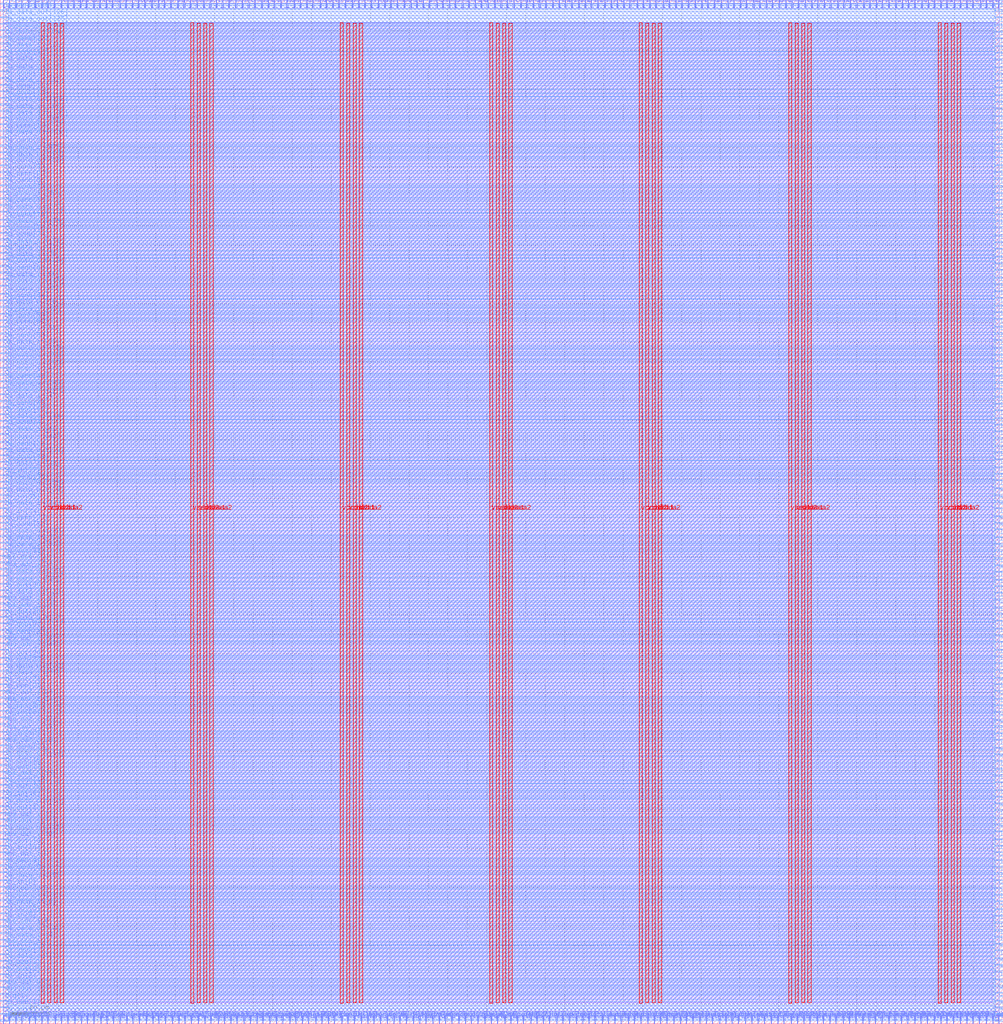
<source format=lef>
VERSION 5.7 ;
  NOWIREEXTENSIONATPIN ON ;
  DIVIDERCHAR "/" ;
  BUSBITCHARS "[]" ;
MACRO user_proj_example
  CLASS BLOCK ;
  FOREIGN user_proj_example ;
  ORIGIN 0.000 0.000 ;
  SIZE 515.260 BY 525.980 ;
  PIN io_in[0]
    DIRECTION INPUT ;
    USE SIGNAL ;
    PORT
      LAYER met2 ;
        RECT 1.470 0.000 1.750 4.000 ;
    END
  END io_in[0]
  PIN io_in[10]
    DIRECTION INPUT ;
    USE SIGNAL ;
    PORT
      LAYER met3 ;
        RECT 0.000 87.760 4.000 88.360 ;
    END
  END io_in[10]
  PIN io_in[11]
    DIRECTION INPUT ;
    USE SIGNAL ;
    PORT
      LAYER met2 ;
        RECT 101.750 0.000 102.030 4.000 ;
    END
  END io_in[11]
  PIN io_in[12]
    DIRECTION INPUT ;
    USE SIGNAL ;
    PORT
      LAYER met2 ;
        RECT 100.830 521.980 101.110 525.980 ;
    END
  END io_in[12]
  PIN io_in[13]
    DIRECTION INPUT ;
    USE SIGNAL ;
    PORT
      LAYER met3 ;
        RECT 511.260 105.440 515.260 106.040 ;
    END
  END io_in[13]
  PIN io_in[14]
    DIRECTION INPUT ;
    USE SIGNAL ;
    PORT
      LAYER met3 ;
        RECT 0.000 115.640 4.000 116.240 ;
    END
  END io_in[14]
  PIN io_in[15]
    DIRECTION INPUT ;
    USE SIGNAL ;
    PORT
      LAYER met3 ;
        RECT 511.260 112.920 515.260 113.520 ;
    END
  END io_in[15]
  PIN io_in[16]
    DIRECTION INPUT ;
    USE SIGNAL ;
    PORT
      LAYER met2 ;
        RECT 157.410 521.980 157.690 525.980 ;
    END
  END io_in[16]
  PIN io_in[17]
    DIRECTION INPUT ;
    USE SIGNAL ;
    PORT
      LAYER met2 ;
        RECT 164.310 521.980 164.590 525.980 ;
    END
  END io_in[17]
  PIN io_in[18]
    DIRECTION INPUT ;
    USE SIGNAL ;
    PORT
      LAYER met3 ;
        RECT 511.260 141.480 515.260 142.080 ;
    END
  END io_in[18]
  PIN io_in[19]
    DIRECTION INPUT ;
    USE SIGNAL ;
    PORT
      LAYER met3 ;
        RECT 0.000 146.240 4.000 146.840 ;
    END
  END io_in[19]
  PIN io_in[1]
    DIRECTION INPUT ;
    USE SIGNAL ;
    PORT
      LAYER met3 ;
        RECT 0.000 4.800 4.000 5.400 ;
    END
  END io_in[1]
  PIN io_in[20]
    DIRECTION INPUT ;
    USE SIGNAL ;
    PORT
      LAYER met3 ;
        RECT 0.000 157.120 4.000 157.720 ;
    END
  END io_in[20]
  PIN io_in[21]
    DIRECTION INPUT ;
    USE SIGNAL ;
    PORT
      LAYER met2 ;
        RECT 180.870 521.980 181.150 525.980 ;
    END
  END io_in[21]
  PIN io_in[22]
    DIRECTION INPUT ;
    USE SIGNAL ;
    PORT
      LAYER met2 ;
        RECT 175.350 0.000 175.630 4.000 ;
    END
  END io_in[22]
  PIN io_in[23]
    DIRECTION INPUT ;
    USE SIGNAL ;
    PORT
      LAYER met3 ;
        RECT 511.260 185.000 515.260 185.600 ;
    END
  END io_in[23]
  PIN io_in[24]
    DIRECTION INPUT ;
    USE SIGNAL ;
    PORT
      LAYER met2 ;
        RECT 203.870 521.980 204.150 525.980 ;
    END
  END io_in[24]
  PIN io_in[25]
    DIRECTION INPUT ;
    USE SIGNAL ;
    PORT
      LAYER met2 ;
        RECT 205.250 0.000 205.530 4.000 ;
    END
  END io_in[25]
  PIN io_in[26]
    DIRECTION INPUT ;
    USE SIGNAL ;
    PORT
      LAYER met2 ;
        RECT 215.370 0.000 215.650 4.000 ;
    END
  END io_in[26]
  PIN io_in[27]
    DIRECTION INPUT ;
    USE SIGNAL ;
    PORT
      LAYER met2 ;
        RECT 231.930 0.000 232.210 4.000 ;
    END
  END io_in[27]
  PIN io_in[28]
    DIRECTION INPUT ;
    USE SIGNAL ;
    PORT
      LAYER met3 ;
        RECT 511.260 235.320 515.260 235.920 ;
    END
  END io_in[28]
  PIN io_in[29]
    DIRECTION INPUT ;
    USE SIGNAL ;
    PORT
      LAYER met3 ;
        RECT 511.260 246.200 515.260 246.800 ;
    END
  END io_in[29]
  PIN io_in[2]
    DIRECTION INPUT ;
    USE SIGNAL ;
    PORT
      LAYER met3 ;
        RECT 0.000 21.800 4.000 22.400 ;
    END
  END io_in[2]
  PIN io_in[30]
    DIRECTION INPUT ;
    USE SIGNAL ;
    PORT
      LAYER met2 ;
        RECT 237.450 521.980 237.730 525.980 ;
    END
  END io_in[30]
  PIN io_in[31]
    DIRECTION INPUT ;
    USE SIGNAL ;
    PORT
      LAYER met2 ;
        RECT 243.890 521.980 244.170 525.980 ;
    END
  END io_in[31]
  PIN io_in[32]
    DIRECTION INPUT ;
    USE SIGNAL ;
    PORT
      LAYER met2 ;
        RECT 254.010 521.980 254.290 525.980 ;
    END
  END io_in[32]
  PIN io_in[33]
    DIRECTION INPUT ;
    USE SIGNAL ;
    PORT
      LAYER met2 ;
        RECT 260.450 521.980 260.730 525.980 ;
    END
  END io_in[33]
  PIN io_in[34]
    DIRECTION INPUT ;
    USE SIGNAL ;
    PORT
      LAYER met3 ;
        RECT 0.000 260.480 4.000 261.080 ;
    END
  END io_in[34]
  PIN io_in[35]
    DIRECTION INPUT ;
    USE SIGNAL ;
    PORT
      LAYER met3 ;
        RECT 0.000 267.960 4.000 268.560 ;
    END
  END io_in[35]
  PIN io_in[36]
    DIRECTION INPUT ;
    USE SIGNAL ;
    PORT
      LAYER met3 ;
        RECT 511.260 293.120 515.260 293.720 ;
    END
  END io_in[36]
  PIN io_in[37]
    DIRECTION INPUT ;
    USE SIGNAL ;
    PORT
      LAYER met3 ;
        RECT 0.000 281.560 4.000 282.160 ;
    END
  END io_in[37]
  PIN io_in[3]
    DIRECTION INPUT ;
    USE SIGNAL ;
    PORT
      LAYER met2 ;
        RECT 44.250 521.980 44.530 525.980 ;
    END
  END io_in[3]
  PIN io_in[4]
    DIRECTION INPUT ;
    USE SIGNAL ;
    PORT
      LAYER met2 ;
        RECT 47.930 521.980 48.210 525.980 ;
    END
  END io_in[4]
  PIN io_in[5]
    DIRECTION INPUT ;
    USE SIGNAL ;
    PORT
      LAYER met3 ;
        RECT 0.000 53.080 4.000 53.680 ;
    END
  END io_in[5]
  PIN io_in[6]
    DIRECTION INPUT ;
    USE SIGNAL ;
    PORT
      LAYER met2 ;
        RECT 61.270 521.980 61.550 525.980 ;
    END
  END io_in[6]
  PIN io_in[7]
    DIRECTION INPUT ;
    USE SIGNAL ;
    PORT
      LAYER met2 ;
        RECT 67.710 521.980 67.990 525.980 ;
    END
  END io_in[7]
  PIN io_in[8]
    DIRECTION INPUT ;
    USE SIGNAL ;
    PORT
      LAYER met3 ;
        RECT 0.000 70.080 4.000 70.680 ;
    END
  END io_in[8]
  PIN io_in[9]
    DIRECTION INPUT ;
    USE SIGNAL ;
    PORT
      LAYER met2 ;
        RECT 87.490 521.980 87.770 525.980 ;
    END
  END io_in[9]
  PIN io_oeb[0]
    DIRECTION OUTPUT TRISTATE ;
    USE SIGNAL ;
    PORT
      LAYER met2 ;
        RECT 4.690 0.000 4.970 4.000 ;
    END
  END io_oeb[0]
  PIN io_oeb[10]
    DIRECTION OUTPUT TRISTATE ;
    USE SIGNAL ;
    PORT
      LAYER met3 ;
        RECT 511.260 76.880 515.260 77.480 ;
    END
  END io_oeb[10]
  PIN io_oeb[11]
    DIRECTION OUTPUT TRISTATE ;
    USE SIGNAL ;
    PORT
      LAYER met3 ;
        RECT 511.260 87.760 515.260 88.360 ;
    END
  END io_oeb[11]
  PIN io_oeb[12]
    DIRECTION OUTPUT TRISTATE ;
    USE SIGNAL ;
    PORT
      LAYER met2 ;
        RECT 104.510 521.980 104.790 525.980 ;
    END
  END io_oeb[12]
  PIN io_oeb[13]
    DIRECTION OUTPUT TRISTATE ;
    USE SIGNAL ;
    PORT
      LAYER met2 ;
        RECT 117.390 521.980 117.670 525.980 ;
    END
  END io_oeb[13]
  PIN io_oeb[14]
    DIRECTION OUTPUT TRISTATE ;
    USE SIGNAL ;
    PORT
      LAYER met2 ;
        RECT 127.510 521.980 127.790 525.980 ;
    END
  END io_oeb[14]
  PIN io_oeb[15]
    DIRECTION OUTPUT TRISTATE ;
    USE SIGNAL ;
    PORT
      LAYER met2 ;
        RECT 147.290 521.980 147.570 525.980 ;
    END
  END io_oeb[15]
  PIN io_oeb[16]
    DIRECTION OUTPUT TRISTATE ;
    USE SIGNAL ;
    PORT
      LAYER met2 ;
        RECT 138.550 0.000 138.830 4.000 ;
    END
  END io_oeb[16]
  PIN io_oeb[17]
    DIRECTION OUTPUT TRISTATE ;
    USE SIGNAL ;
    PORT
      LAYER met2 ;
        RECT 151.890 0.000 152.170 4.000 ;
    END
  END io_oeb[17]
  PIN io_oeb[18]
    DIRECTION OUTPUT TRISTATE ;
    USE SIGNAL ;
    PORT
      LAYER met3 ;
        RECT 0.000 132.640 4.000 133.240 ;
    END
  END io_oeb[18]
  PIN io_oeb[19]
    DIRECTION OUTPUT TRISTATE ;
    USE SIGNAL ;
    PORT
      LAYER met3 ;
        RECT 511.260 159.840 515.260 160.440 ;
    END
  END io_oeb[19]
  PIN io_oeb[1]
    DIRECTION OUTPUT TRISTATE ;
    USE SIGNAL ;
    PORT
      LAYER met3 ;
        RECT 0.000 8.200 4.000 8.800 ;
    END
  END io_oeb[1]
  PIN io_oeb[20]
    DIRECTION OUTPUT TRISTATE ;
    USE SIGNAL ;
    PORT
      LAYER met2 ;
        RECT 162.010 0.000 162.290 4.000 ;
    END
  END io_oeb[20]
  PIN io_oeb[21]
    DIRECTION OUTPUT TRISTATE ;
    USE SIGNAL ;
    PORT
      LAYER met3 ;
        RECT 0.000 170.720 4.000 171.320 ;
    END
  END io_oeb[21]
  PIN io_oeb[22]
    DIRECTION OUTPUT TRISTATE ;
    USE SIGNAL ;
    PORT
      LAYER met3 ;
        RECT 511.260 181.600 515.260 182.200 ;
    END
  END io_oeb[22]
  PIN io_oeb[23]
    DIRECTION OUTPUT TRISTATE ;
    USE SIGNAL ;
    PORT
      LAYER met3 ;
        RECT 0.000 184.320 4.000 184.920 ;
    END
  END io_oeb[23]
  PIN io_oeb[24]
    DIRECTION OUTPUT TRISTATE ;
    USE SIGNAL ;
    PORT
      LAYER met2 ;
        RECT 198.810 0.000 199.090 4.000 ;
    END
  END io_oeb[24]
  PIN io_oeb[25]
    DIRECTION OUTPUT TRISTATE ;
    USE SIGNAL ;
    PORT
      LAYER met2 ;
        RECT 208.470 0.000 208.750 4.000 ;
    END
  END io_oeb[25]
  PIN io_oeb[26]
    DIRECTION OUTPUT TRISTATE ;
    USE SIGNAL ;
    PORT
      LAYER met2 ;
        RECT 218.590 0.000 218.870 4.000 ;
    END
  END io_oeb[26]
  PIN io_oeb[27]
    DIRECTION OUTPUT TRISTATE ;
    USE SIGNAL ;
    PORT
      LAYER met3 ;
        RECT 0.000 202.000 4.000 202.600 ;
    END
  END io_oeb[27]
  PIN io_oeb[28]
    DIRECTION OUTPUT TRISTATE ;
    USE SIGNAL ;
    PORT
      LAYER met3 ;
        RECT 511.260 238.720 515.260 239.320 ;
    END
  END io_oeb[28]
  PIN io_oeb[29]
    DIRECTION OUTPUT TRISTATE ;
    USE SIGNAL ;
    PORT
      LAYER met2 ;
        RECT 233.770 521.980 234.050 525.980 ;
    END
  END io_oeb[29]
  PIN io_oeb[2]
    DIRECTION OUTPUT TRISTATE ;
    USE SIGNAL ;
    PORT
      LAYER met2 ;
        RECT 31.370 521.980 31.650 525.980 ;
    END
  END io_oeb[2]
  PIN io_oeb[30]
    DIRECTION OUTPUT TRISTATE ;
    USE SIGNAL ;
    PORT
      LAYER met3 ;
        RECT 511.260 260.480 515.260 261.080 ;
    END
  END io_oeb[30]
  PIN io_oeb[31]
    DIRECTION OUTPUT TRISTATE ;
    USE SIGNAL ;
    PORT
      LAYER met2 ;
        RECT 255.390 0.000 255.670 4.000 ;
    END
  END io_oeb[31]
  PIN io_oeb[32]
    DIRECTION OUTPUT TRISTATE ;
    USE SIGNAL ;
    PORT
      LAYER met2 ;
        RECT 262.290 0.000 262.570 4.000 ;
    END
  END io_oeb[32]
  PIN io_oeb[33]
    DIRECTION OUTPUT TRISTATE ;
    USE SIGNAL ;
    PORT
      LAYER met2 ;
        RECT 265.510 0.000 265.790 4.000 ;
    END
  END io_oeb[33]
  PIN io_oeb[34]
    DIRECTION OUTPUT TRISTATE ;
    USE SIGNAL ;
    PORT
      LAYER met3 ;
        RECT 511.260 278.840 515.260 279.440 ;
    END
  END io_oeb[34]
  PIN io_oeb[35]
    DIRECTION OUTPUT TRISTATE ;
    USE SIGNAL ;
    PORT
      LAYER met2 ;
        RECT 282.070 0.000 282.350 4.000 ;
    END
  END io_oeb[35]
  PIN io_oeb[36]
    DIRECTION OUTPUT TRISTATE ;
    USE SIGNAL ;
    PORT
      LAYER met2 ;
        RECT 285.750 0.000 286.030 4.000 ;
    END
  END io_oeb[36]
  PIN io_oeb[37]
    DIRECTION OUTPUT TRISTATE ;
    USE SIGNAL ;
    PORT
      LAYER met2 ;
        RECT 288.970 0.000 289.250 4.000 ;
    END
  END io_oeb[37]
  PIN io_oeb[3]
    DIRECTION OUTPUT TRISTATE ;
    USE SIGNAL ;
    PORT
      LAYER met3 ;
        RECT 0.000 28.600 4.000 29.200 ;
    END
  END io_oeb[3]
  PIN io_oeb[4]
    DIRECTION OUTPUT TRISTATE ;
    USE SIGNAL ;
    PORT
      LAYER met2 ;
        RECT 41.490 0.000 41.770 4.000 ;
    END
  END io_oeb[4]
  PIN io_oeb[5]
    DIRECTION OUTPUT TRISTATE ;
    USE SIGNAL ;
    PORT
      LAYER met3 ;
        RECT 511.260 40.840 515.260 41.440 ;
    END
  END io_oeb[5]
  PIN io_oeb[6]
    DIRECTION OUTPUT TRISTATE ;
    USE SIGNAL ;
    PORT
      LAYER met2 ;
        RECT 64.950 0.000 65.230 4.000 ;
    END
  END io_oeb[6]
  PIN io_oeb[7]
    DIRECTION OUTPUT TRISTATE ;
    USE SIGNAL ;
    PORT
      LAYER met2 ;
        RECT 70.930 521.980 71.210 525.980 ;
    END
  END io_oeb[7]
  PIN io_oeb[8]
    DIRECTION OUTPUT TRISTATE ;
    USE SIGNAL ;
    PORT
      LAYER met3 ;
        RECT 511.260 66.000 515.260 66.600 ;
    END
  END io_oeb[8]
  PIN io_oeb[9]
    DIRECTION OUTPUT TRISTATE ;
    USE SIGNAL ;
    PORT
      LAYER met3 ;
        RECT 0.000 80.960 4.000 81.560 ;
    END
  END io_oeb[9]
  PIN io_out[0]
    DIRECTION OUTPUT TRISTATE ;
    USE SIGNAL ;
    PORT
      LAYER met2 ;
        RECT 4.690 521.980 4.970 525.980 ;
    END
  END io_out[0]
  PIN io_out[10]
    DIRECTION OUTPUT TRISTATE ;
    USE SIGNAL ;
    PORT
      LAYER met3 ;
        RECT 0.000 91.160 4.000 91.760 ;
    END
  END io_out[10]
  PIN io_out[11]
    DIRECTION OUTPUT TRISTATE ;
    USE SIGNAL ;
    PORT
      LAYER met3 ;
        RECT 511.260 91.160 515.260 91.760 ;
    END
  END io_out[11]
  PIN io_out[12]
    DIRECTION OUTPUT TRISTATE ;
    USE SIGNAL ;
    PORT
      LAYER met3 ;
        RECT 511.260 102.040 515.260 102.640 ;
    END
  END io_out[12]
  PIN io_out[13]
    DIRECTION OUTPUT TRISTATE ;
    USE SIGNAL ;
    PORT
      LAYER met3 ;
        RECT 0.000 108.160 4.000 108.760 ;
    END
  END io_out[13]
  PIN io_out[14]
    DIRECTION OUTPUT TRISTATE ;
    USE SIGNAL ;
    PORT
      LAYER met2 ;
        RECT 130.730 521.980 131.010 525.980 ;
    END
  END io_out[14]
  PIN io_out[15]
    DIRECTION OUTPUT TRISTATE ;
    USE SIGNAL ;
    PORT
      LAYER met3 ;
        RECT 0.000 119.040 4.000 119.640 ;
    END
  END io_out[15]
  PIN io_out[16]
    DIRECTION OUTPUT TRISTATE ;
    USE SIGNAL ;
    PORT
      LAYER met2 ;
        RECT 160.630 521.980 160.910 525.980 ;
    END
  END io_out[16]
  PIN io_out[17]
    DIRECTION OUTPUT TRISTATE ;
    USE SIGNAL ;
    PORT
      LAYER met3 ;
        RECT 0.000 129.240 4.000 129.840 ;
    END
  END io_out[17]
  PIN io_out[18]
    DIRECTION OUTPUT TRISTATE ;
    USE SIGNAL ;
    PORT
      LAYER met3 ;
        RECT 511.260 145.560 515.260 146.160 ;
    END
  END io_out[18]
  PIN io_out[19]
    DIRECTION OUTPUT TRISTATE ;
    USE SIGNAL ;
    PORT
      LAYER met2 ;
        RECT 155.110 0.000 155.390 4.000 ;
    END
  END io_out[19]
  PIN io_out[1]
    DIRECTION OUTPUT TRISTATE ;
    USE SIGNAL ;
    PORT
      LAYER met3 ;
        RECT 511.260 22.480 515.260 23.080 ;
    END
  END io_out[1]
  PIN io_out[20]
    DIRECTION OUTPUT TRISTATE ;
    USE SIGNAL ;
    PORT
      LAYER met3 ;
        RECT 0.000 160.520 4.000 161.120 ;
    END
  END io_out[20]
  PIN io_out[21]
    DIRECTION OUTPUT TRISTATE ;
    USE SIGNAL ;
    PORT
      LAYER met3 ;
        RECT 0.000 174.120 4.000 174.720 ;
    END
  END io_out[21]
  PIN io_out[22]
    DIRECTION OUTPUT TRISTATE ;
    USE SIGNAL ;
    PORT
      LAYER met2 ;
        RECT 178.570 0.000 178.850 4.000 ;
    END
  END io_out[22]
  PIN io_out[23]
    DIRECTION OUTPUT TRISTATE ;
    USE SIGNAL ;
    PORT
      LAYER met3 ;
        RECT 511.260 188.400 515.260 189.000 ;
    END
  END io_out[23]
  PIN io_out[24]
    DIRECTION OUTPUT TRISTATE ;
    USE SIGNAL ;
    PORT
      LAYER met3 ;
        RECT 0.000 187.720 4.000 188.320 ;
    END
  END io_out[24]
  PIN io_out[25]
    DIRECTION OUTPUT TRISTATE ;
    USE SIGNAL ;
    PORT
      LAYER met3 ;
        RECT 511.260 210.160 515.260 210.760 ;
    END
  END io_out[25]
  PIN io_out[26]
    DIRECTION OUTPUT TRISTATE ;
    USE SIGNAL ;
    PORT
      LAYER met2 ;
        RECT 222.270 0.000 222.550 4.000 ;
    END
  END io_out[26]
  PIN io_out[27]
    DIRECTION OUTPUT TRISTATE ;
    USE SIGNAL ;
    PORT
      LAYER met3 ;
        RECT 511.260 224.440 515.260 225.040 ;
    END
  END io_out[27]
  PIN io_out[28]
    DIRECTION OUTPUT TRISTATE ;
    USE SIGNAL ;
    PORT
      LAYER met3 ;
        RECT 0.000 208.800 4.000 209.400 ;
    END
  END io_out[28]
  PIN io_out[29]
    DIRECTION OUTPUT TRISTATE ;
    USE SIGNAL ;
    PORT
      LAYER met2 ;
        RECT 245.270 0.000 245.550 4.000 ;
    END
  END io_out[29]
  PIN io_out[2]
    DIRECTION OUTPUT TRISTATE ;
    USE SIGNAL ;
    PORT
      LAYER met3 ;
        RECT 0.000 25.200 4.000 25.800 ;
    END
  END io_out[2]
  PIN io_out[30]
    DIRECTION OUTPUT TRISTATE ;
    USE SIGNAL ;
    PORT
      LAYER met3 ;
        RECT 0.000 222.400 4.000 223.000 ;
    END
  END io_out[30]
  PIN io_out[31]
    DIRECTION OUTPUT TRISTATE ;
    USE SIGNAL ;
    PORT
      LAYER met3 ;
        RECT 0.000 240.080 4.000 240.680 ;
    END
  END io_out[31]
  PIN io_out[32]
    DIRECTION OUTPUT TRISTATE ;
    USE SIGNAL ;
    PORT
      LAYER met2 ;
        RECT 257.230 521.980 257.510 525.980 ;
    END
  END io_out[32]
  PIN io_out[33]
    DIRECTION OUTPUT TRISTATE ;
    USE SIGNAL ;
    PORT
      LAYER met2 ;
        RECT 268.730 0.000 269.010 4.000 ;
    END
  END io_out[33]
  PIN io_out[34]
    DIRECTION OUTPUT TRISTATE ;
    USE SIGNAL ;
    PORT
      LAYER met2 ;
        RECT 275.630 0.000 275.910 4.000 ;
    END
  END io_out[34]
  PIN io_out[35]
    DIRECTION OUTPUT TRISTATE ;
    USE SIGNAL ;
    PORT
      LAYER met3 ;
        RECT 511.260 285.640 515.260 286.240 ;
    END
  END io_out[35]
  PIN io_out[36]
    DIRECTION OUTPUT TRISTATE ;
    USE SIGNAL ;
    PORT
      LAYER met3 ;
        RECT 511.260 296.520 515.260 297.120 ;
    END
  END io_out[36]
  PIN io_out[37]
    DIRECTION OUTPUT TRISTATE ;
    USE SIGNAL ;
    PORT
      LAYER met2 ;
        RECT 292.190 0.000 292.470 4.000 ;
    END
  END io_out[37]
  PIN io_out[3]
    DIRECTION OUTPUT TRISTATE ;
    USE SIGNAL ;
    PORT
      LAYER met3 ;
        RECT 511.260 33.360 515.260 33.960 ;
    END
  END io_out[3]
  PIN io_out[4]
    DIRECTION OUTPUT TRISTATE ;
    USE SIGNAL ;
    PORT
      LAYER met2 ;
        RECT 44.710 0.000 44.990 4.000 ;
    END
  END io_out[4]
  PIN io_out[5]
    DIRECTION OUTPUT TRISTATE ;
    USE SIGNAL ;
    PORT
      LAYER met3 ;
        RECT 0.000 56.480 4.000 57.080 ;
    END
  END io_out[5]
  PIN io_out[6]
    DIRECTION OUTPUT TRISTATE ;
    USE SIGNAL ;
    PORT
      LAYER met3 ;
        RECT 511.260 47.640 515.260 48.240 ;
    END
  END io_out[6]
  PIN io_out[7]
    DIRECTION OUTPUT TRISTATE ;
    USE SIGNAL ;
    PORT
      LAYER met2 ;
        RECT 74.150 521.980 74.430 525.980 ;
    END
  END io_out[7]
  PIN io_out[8]
    DIRECTION OUTPUT TRISTATE ;
    USE SIGNAL ;
    PORT
      LAYER met2 ;
        RECT 81.050 521.980 81.330 525.980 ;
    END
  END io_out[8]
  PIN io_out[9]
    DIRECTION OUTPUT TRISTATE ;
    USE SIGNAL ;
    PORT
      LAYER met2 ;
        RECT 91.170 521.980 91.450 525.980 ;
    END
  END io_out[9]
  PIN irq[0]
    DIRECTION OUTPUT TRISTATE ;
    USE SIGNAL ;
    PORT
      LAYER met2 ;
        RECT 7.910 521.980 8.190 525.980 ;
    END
  END irq[0]
  PIN irq[1]
    DIRECTION OUTPUT TRISTATE ;
    USE SIGNAL ;
    PORT
      LAYER met3 ;
        RECT 0.000 11.600 4.000 12.200 ;
    END
  END irq[1]
  PIN irq[2]
    DIRECTION OUTPUT TRISTATE ;
    USE SIGNAL ;
    PORT
      LAYER met2 ;
        RECT 21.250 0.000 21.530 4.000 ;
    END
  END irq[2]
  PIN la_data_in[0]
    DIRECTION INPUT ;
    USE SIGNAL ;
    PORT
      LAYER met2 ;
        RECT 11.130 521.980 11.410 525.980 ;
    END
  END la_data_in[0]
  PIN la_data_in[100]
    DIRECTION INPUT ;
    USE SIGNAL ;
    PORT
      LAYER met2 ;
        RECT 453.190 521.980 453.470 525.980 ;
    END
  END la_data_in[100]
  PIN la_data_in[101]
    DIRECTION INPUT ;
    USE SIGNAL ;
    PORT
      LAYER met3 ;
        RECT 0.000 461.760 4.000 462.360 ;
    END
  END la_data_in[101]
  PIN la_data_in[102]
    DIRECTION INPUT ;
    USE SIGNAL ;
    PORT
      LAYER met3 ;
        RECT 511.260 462.440 515.260 463.040 ;
    END
  END la_data_in[102]
  PIN la_data_in[103]
    DIRECTION INPUT ;
    USE SIGNAL ;
    PORT
      LAYER met2 ;
        RECT 429.270 0.000 429.550 4.000 ;
    END
  END la_data_in[103]
  PIN la_data_in[104]
    DIRECTION INPUT ;
    USE SIGNAL ;
    PORT
      LAYER met2 ;
        RECT 466.530 521.980 466.810 525.980 ;
    END
  END la_data_in[104]
  PIN la_data_in[105]
    DIRECTION INPUT ;
    USE SIGNAL ;
    PORT
      LAYER met3 ;
        RECT 0.000 468.560 4.000 469.160 ;
    END
  END la_data_in[105]
  PIN la_data_in[106]
    DIRECTION INPUT ;
    USE SIGNAL ;
    PORT
      LAYER met3 ;
        RECT 511.260 473.320 515.260 473.920 ;
    END
  END la_data_in[106]
  PIN la_data_in[107]
    DIRECTION INPUT ;
    USE SIGNAL ;
    PORT
      LAYER met2 ;
        RECT 476.650 521.980 476.930 525.980 ;
    END
  END la_data_in[107]
  PIN la_data_in[108]
    DIRECTION INPUT ;
    USE SIGNAL ;
    PORT
      LAYER met3 ;
        RECT 511.260 480.800 515.260 481.400 ;
    END
  END la_data_in[108]
  PIN la_data_in[109]
    DIRECTION INPUT ;
    USE SIGNAL ;
    PORT
      LAYER met2 ;
        RECT 483.090 521.980 483.370 525.980 ;
    END
  END la_data_in[109]
  PIN la_data_in[10]
    DIRECTION INPUT ;
    USE SIGNAL ;
    PORT
      LAYER met2 ;
        RECT 97.610 521.980 97.890 525.980 ;
    END
  END la_data_in[10]
  PIN la_data_in[110]
    DIRECTION INPUT ;
    USE SIGNAL ;
    PORT
      LAYER met2 ;
        RECT 446.290 0.000 446.570 4.000 ;
    END
  END la_data_in[110]
  PIN la_data_in[111]
    DIRECTION INPUT ;
    USE SIGNAL ;
    PORT
      LAYER met2 ;
        RECT 486.310 521.980 486.590 525.980 ;
    END
  END la_data_in[111]
  PIN la_data_in[112]
    DIRECTION INPUT ;
    USE SIGNAL ;
    PORT
      LAYER met2 ;
        RECT 489.990 521.980 490.270 525.980 ;
    END
  END la_data_in[112]
  PIN la_data_in[113]
    DIRECTION INPUT ;
    USE SIGNAL ;
    PORT
      LAYER met3 ;
        RECT 0.000 482.160 4.000 482.760 ;
    END
  END la_data_in[113]
  PIN la_data_in[114]
    DIRECTION INPUT ;
    USE SIGNAL ;
    PORT
      LAYER met2 ;
        RECT 462.850 0.000 463.130 4.000 ;
    END
  END la_data_in[114]
  PIN la_data_in[115]
    DIRECTION INPUT ;
    USE SIGNAL ;
    PORT
      LAYER met3 ;
        RECT 0.000 488.960 4.000 489.560 ;
    END
  END la_data_in[115]
  PIN la_data_in[116]
    DIRECTION INPUT ;
    USE SIGNAL ;
    PORT
      LAYER met2 ;
        RECT 469.750 0.000 470.030 4.000 ;
    END
  END la_data_in[116]
  PIN la_data_in[117]
    DIRECTION INPUT ;
    USE SIGNAL ;
    PORT
      LAYER met3 ;
        RECT 511.260 505.960 515.260 506.560 ;
    END
  END la_data_in[117]
  PIN la_data_in[118]
    DIRECTION INPUT ;
    USE SIGNAL ;
    PORT
      LAYER met2 ;
        RECT 503.330 521.980 503.610 525.980 ;
    END
  END la_data_in[118]
  PIN la_data_in[119]
    DIRECTION INPUT ;
    USE SIGNAL ;
    PORT
      LAYER met3 ;
        RECT 0.000 493.040 4.000 493.640 ;
    END
  END la_data_in[119]
  PIN la_data_in[11]
    DIRECTION INPUT ;
    USE SIGNAL ;
    PORT
      LAYER met3 ;
        RECT 511.260 94.560 515.260 95.160 ;
    END
  END la_data_in[11]
  PIN la_data_in[120]
    DIRECTION INPUT ;
    USE SIGNAL ;
    PORT
      LAYER met2 ;
        RECT 489.530 0.000 489.810 4.000 ;
    END
  END la_data_in[120]
  PIN la_data_in[121]
    DIRECTION INPUT ;
    USE SIGNAL ;
    PORT
      LAYER met3 ;
        RECT 0.000 499.840 4.000 500.440 ;
    END
  END la_data_in[121]
  PIN la_data_in[122]
    DIRECTION INPUT ;
    USE SIGNAL ;
    PORT
      LAYER met2 ;
        RECT 496.430 0.000 496.710 4.000 ;
    END
  END la_data_in[122]
  PIN la_data_in[123]
    DIRECTION INPUT ;
    USE SIGNAL ;
    PORT
      LAYER met2 ;
        RECT 499.650 0.000 499.930 4.000 ;
    END
  END la_data_in[123]
  PIN la_data_in[124]
    DIRECTION INPUT ;
    USE SIGNAL ;
    PORT
      LAYER met3 ;
        RECT 0.000 506.640 4.000 507.240 ;
    END
  END la_data_in[124]
  PIN la_data_in[125]
    DIRECTION INPUT ;
    USE SIGNAL ;
    PORT
      LAYER met2 ;
        RECT 509.770 521.980 510.050 525.980 ;
    END
  END la_data_in[125]
  PIN la_data_in[126]
    DIRECTION INPUT ;
    USE SIGNAL ;
    PORT
      LAYER met2 ;
        RECT 512.990 521.980 513.270 525.980 ;
    END
  END la_data_in[126]
  PIN la_data_in[127]
    DIRECTION INPUT ;
    USE SIGNAL ;
    PORT
      LAYER met3 ;
        RECT 0.000 523.640 4.000 524.240 ;
    END
  END la_data_in[127]
  PIN la_data_in[12]
    DIRECTION INPUT ;
    USE SIGNAL ;
    PORT
      LAYER met2 ;
        RECT 107.730 521.980 108.010 525.980 ;
    END
  END la_data_in[12]
  PIN la_data_in[13]
    DIRECTION INPUT ;
    USE SIGNAL ;
    PORT
      LAYER met2 ;
        RECT 121.070 521.980 121.350 525.980 ;
    END
  END la_data_in[13]
  PIN la_data_in[14]
    DIRECTION INPUT ;
    USE SIGNAL ;
    PORT
      LAYER met2 ;
        RECT 125.210 0.000 125.490 4.000 ;
    END
  END la_data_in[14]
  PIN la_data_in[15]
    DIRECTION INPUT ;
    USE SIGNAL ;
    PORT
      LAYER met2 ;
        RECT 150.970 521.980 151.250 525.980 ;
    END
  END la_data_in[15]
  PIN la_data_in[16]
    DIRECTION INPUT ;
    USE SIGNAL ;
    PORT
      LAYER met3 ;
        RECT 511.260 116.320 515.260 116.920 ;
    END
  END la_data_in[16]
  PIN la_data_in[17]
    DIRECTION INPUT ;
    USE SIGNAL ;
    PORT
      LAYER met3 ;
        RECT 511.260 127.200 515.260 127.800 ;
    END
  END la_data_in[17]
  PIN la_data_in[18]
    DIRECTION INPUT ;
    USE SIGNAL ;
    PORT
      LAYER met3 ;
        RECT 511.260 148.960 515.260 149.560 ;
    END
  END la_data_in[18]
  PIN la_data_in[19]
    DIRECTION INPUT ;
    USE SIGNAL ;
    PORT
      LAYER met2 ;
        RECT 173.970 521.980 174.250 525.980 ;
    END
  END la_data_in[19]
  PIN la_data_in[1]
    DIRECTION INPUT ;
    USE SIGNAL ;
    PORT
      LAYER met2 ;
        RECT 11.130 0.000 11.410 4.000 ;
    END
  END la_data_in[1]
  PIN la_data_in[20]
    DIRECTION INPUT ;
    USE SIGNAL ;
    PORT
      LAYER met2 ;
        RECT 165.230 0.000 165.510 4.000 ;
    END
  END la_data_in[20]
  PIN la_data_in[21]
    DIRECTION INPUT ;
    USE SIGNAL ;
    PORT
      LAYER met3 ;
        RECT 0.000 177.520 4.000 178.120 ;
    END
  END la_data_in[21]
  PIN la_data_in[22]
    DIRECTION INPUT ;
    USE SIGNAL ;
    PORT
      LAYER met2 ;
        RECT 181.790 0.000 182.070 4.000 ;
    END
  END la_data_in[22]
  PIN la_data_in[23]
    DIRECTION INPUT ;
    USE SIGNAL ;
    PORT
      LAYER met2 ;
        RECT 191.910 0.000 192.190 4.000 ;
    END
  END la_data_in[23]
  PIN la_data_in[24]
    DIRECTION INPUT ;
    USE SIGNAL ;
    PORT
      LAYER met3 ;
        RECT 511.260 199.280 515.260 199.880 ;
    END
  END la_data_in[24]
  PIN la_data_in[25]
    DIRECTION INPUT ;
    USE SIGNAL ;
    PORT
      LAYER met2 ;
        RECT 207.550 521.980 207.830 525.980 ;
    END
  END la_data_in[25]
  PIN la_data_in[26]
    DIRECTION INPUT ;
    USE SIGNAL ;
    PORT
      LAYER met3 ;
        RECT 511.260 217.640 515.260 218.240 ;
    END
  END la_data_in[26]
  PIN la_data_in[27]
    DIRECTION INPUT ;
    USE SIGNAL ;
    PORT
      LAYER met2 ;
        RECT 235.610 0.000 235.890 4.000 ;
    END
  END la_data_in[27]
  PIN la_data_in[28]
    DIRECTION INPUT ;
    USE SIGNAL ;
    PORT
      LAYER met2 ;
        RECT 227.330 521.980 227.610 525.980 ;
    END
  END la_data_in[28]
  PIN la_data_in[29]
    DIRECTION INPUT ;
    USE SIGNAL ;
    PORT
      LAYER met2 ;
        RECT 248.950 0.000 249.230 4.000 ;
    END
  END la_data_in[29]
  PIN la_data_in[2]
    DIRECTION INPUT ;
    USE SIGNAL ;
    PORT
      LAYER met2 ;
        RECT 34.590 521.980 34.870 525.980 ;
    END
  END la_data_in[2]
  PIN la_data_in[30]
    DIRECTION INPUT ;
    USE SIGNAL ;
    PORT
      LAYER met3 ;
        RECT 0.000 225.800 4.000 226.400 ;
    END
  END la_data_in[30]
  PIN la_data_in[31]
    DIRECTION INPUT ;
    USE SIGNAL ;
    PORT
      LAYER met3 ;
        RECT 0.000 243.480 4.000 244.080 ;
    END
  END la_data_in[31]
  PIN la_data_in[32]
    DIRECTION INPUT ;
    USE SIGNAL ;
    PORT
      LAYER met3 ;
        RECT 0.000 246.880 4.000 247.480 ;
    END
  END la_data_in[32]
  PIN la_data_in[33]
    DIRECTION INPUT ;
    USE SIGNAL ;
    PORT
      LAYER met2 ;
        RECT 272.410 0.000 272.690 4.000 ;
    END
  END la_data_in[33]
  PIN la_data_in[34]
    DIRECTION INPUT ;
    USE SIGNAL ;
    PORT
      LAYER met3 ;
        RECT 0.000 264.560 4.000 265.160 ;
    END
  END la_data_in[34]
  PIN la_data_in[35]
    DIRECTION INPUT ;
    USE SIGNAL ;
    PORT
      LAYER met2 ;
        RECT 263.670 521.980 263.950 525.980 ;
    END
  END la_data_in[35]
  PIN la_data_in[36]
    DIRECTION INPUT ;
    USE SIGNAL ;
    PORT
      LAYER met2 ;
        RECT 267.350 521.980 267.630 525.980 ;
    END
  END la_data_in[36]
  PIN la_data_in[37]
    DIRECTION INPUT ;
    USE SIGNAL ;
    PORT
      LAYER met3 ;
        RECT 511.260 300.600 515.260 301.200 ;
    END
  END la_data_in[37]
  PIN la_data_in[38]
    DIRECTION INPUT ;
    USE SIGNAL ;
    PORT
      LAYER met3 ;
        RECT 0.000 284.960 4.000 285.560 ;
    END
  END la_data_in[38]
  PIN la_data_in[39]
    DIRECTION INPUT ;
    USE SIGNAL ;
    PORT
      LAYER met2 ;
        RECT 270.570 521.980 270.850 525.980 ;
    END
  END la_data_in[39]
  PIN la_data_in[3]
    DIRECTION INPUT ;
    USE SIGNAL ;
    PORT
      LAYER met2 ;
        RECT 31.370 0.000 31.650 4.000 ;
    END
  END la_data_in[3]
  PIN la_data_in[40]
    DIRECTION INPUT ;
    USE SIGNAL ;
    PORT
      LAYER met3 ;
        RECT 0.000 298.560 4.000 299.160 ;
    END
  END la_data_in[40]
  PIN la_data_in[41]
    DIRECTION INPUT ;
    USE SIGNAL ;
    PORT
      LAYER met2 ;
        RECT 273.790 521.980 274.070 525.980 ;
    END
  END la_data_in[41]
  PIN la_data_in[42]
    DIRECTION INPUT ;
    USE SIGNAL ;
    PORT
      LAYER met3 ;
        RECT 0.000 302.640 4.000 303.240 ;
    END
  END la_data_in[42]
  PIN la_data_in[43]
    DIRECTION INPUT ;
    USE SIGNAL ;
    PORT
      LAYER met2 ;
        RECT 315.650 0.000 315.930 4.000 ;
    END
  END la_data_in[43]
  PIN la_data_in[44]
    DIRECTION INPUT ;
    USE SIGNAL ;
    PORT
      LAYER met2 ;
        RECT 318.870 0.000 319.150 4.000 ;
    END
  END la_data_in[44]
  PIN la_data_in[45]
    DIRECTION INPUT ;
    USE SIGNAL ;
    PORT
      LAYER met2 ;
        RECT 280.230 521.980 280.510 525.980 ;
    END
  END la_data_in[45]
  PIN la_data_in[46]
    DIRECTION INPUT ;
    USE SIGNAL ;
    PORT
      LAYER met2 ;
        RECT 328.990 0.000 329.270 4.000 ;
    END
  END la_data_in[46]
  PIN la_data_in[47]
    DIRECTION INPUT ;
    USE SIGNAL ;
    PORT
      LAYER met3 ;
        RECT 0.000 319.640 4.000 320.240 ;
    END
  END la_data_in[47]
  PIN la_data_in[48]
    DIRECTION INPUT ;
    USE SIGNAL ;
    PORT
      LAYER met3 ;
        RECT 511.260 318.280 515.260 318.880 ;
    END
  END la_data_in[48]
  PIN la_data_in[49]
    DIRECTION INPUT ;
    USE SIGNAL ;
    PORT
      LAYER met2 ;
        RECT 283.910 521.980 284.190 525.980 ;
    END
  END la_data_in[49]
  PIN la_data_in[4]
    DIRECTION INPUT ;
    USE SIGNAL ;
    PORT
      LAYER met3 ;
        RECT 0.000 42.880 4.000 43.480 ;
    END
  END la_data_in[4]
  PIN la_data_in[50]
    DIRECTION INPUT ;
    USE SIGNAL ;
    PORT
      LAYER met3 ;
        RECT 0.000 333.240 4.000 333.840 ;
    END
  END la_data_in[50]
  PIN la_data_in[51]
    DIRECTION INPUT ;
    USE SIGNAL ;
    PORT
      LAYER met3 ;
        RECT 511.260 325.760 515.260 326.360 ;
    END
  END la_data_in[51]
  PIN la_data_in[52]
    DIRECTION INPUT ;
    USE SIGNAL ;
    PORT
      LAYER met3 ;
        RECT 511.260 332.560 515.260 333.160 ;
    END
  END la_data_in[52]
  PIN la_data_in[53]
    DIRECTION INPUT ;
    USE SIGNAL ;
    PORT
      LAYER met3 ;
        RECT 511.260 336.640 515.260 337.240 ;
    END
  END la_data_in[53]
  PIN la_data_in[54]
    DIRECTION INPUT ;
    USE SIGNAL ;
    PORT
      LAYER met2 ;
        RECT 297.250 521.980 297.530 525.980 ;
    END
  END la_data_in[54]
  PIN la_data_in[55]
    DIRECTION INPUT ;
    USE SIGNAL ;
    PORT
      LAYER met3 ;
        RECT 0.000 347.520 4.000 348.120 ;
    END
  END la_data_in[55]
  PIN la_data_in[56]
    DIRECTION INPUT ;
    USE SIGNAL ;
    PORT
      LAYER met2 ;
        RECT 310.590 521.980 310.870 525.980 ;
    END
  END la_data_in[56]
  PIN la_data_in[57]
    DIRECTION INPUT ;
    USE SIGNAL ;
    PORT
      LAYER met2 ;
        RECT 346.010 0.000 346.290 4.000 ;
    END
  END la_data_in[57]
  PIN la_data_in[58]
    DIRECTION INPUT ;
    USE SIGNAL ;
    PORT
      LAYER met3 ;
        RECT 0.000 354.320 4.000 354.920 ;
    END
  END la_data_in[58]
  PIN la_data_in[59]
    DIRECTION INPUT ;
    USE SIGNAL ;
    PORT
      LAYER met2 ;
        RECT 320.250 521.980 320.530 525.980 ;
    END
  END la_data_in[59]
  PIN la_data_in[5]
    DIRECTION INPUT ;
    USE SIGNAL ;
    PORT
      LAYER met3 ;
        RECT 511.260 44.240 515.260 44.840 ;
    END
  END la_data_in[5]
  PIN la_data_in[60]
    DIRECTION INPUT ;
    USE SIGNAL ;
    PORT
      LAYER met3 ;
        RECT 511.260 346.840 515.260 347.440 ;
    END
  END la_data_in[60]
  PIN la_data_in[61]
    DIRECTION INPUT ;
    USE SIGNAL ;
    PORT
      LAYER met2 ;
        RECT 349.230 0.000 349.510 4.000 ;
    END
  END la_data_in[61]
  PIN la_data_in[62]
    DIRECTION INPUT ;
    USE SIGNAL ;
    PORT
      LAYER met3 ;
        RECT 0.000 364.520 4.000 365.120 ;
    END
  END la_data_in[62]
  PIN la_data_in[63]
    DIRECTION INPUT ;
    USE SIGNAL ;
    PORT
      LAYER met3 ;
        RECT 511.260 357.720 515.260 358.320 ;
    END
  END la_data_in[63]
  PIN la_data_in[64]
    DIRECTION INPUT ;
    USE SIGNAL ;
    PORT
      LAYER met2 ;
        RECT 359.350 0.000 359.630 4.000 ;
    END
  END la_data_in[64]
  PIN la_data_in[65]
    DIRECTION INPUT ;
    USE SIGNAL ;
    PORT
      LAYER met3 ;
        RECT 0.000 374.720 4.000 375.320 ;
    END
  END la_data_in[65]
  PIN la_data_in[66]
    DIRECTION INPUT ;
    USE SIGNAL ;
    PORT
      LAYER met3 ;
        RECT 0.000 382.200 4.000 382.800 ;
    END
  END la_data_in[66]
  PIN la_data_in[67]
    DIRECTION INPUT ;
    USE SIGNAL ;
    PORT
      LAYER met2 ;
        RECT 365.790 0.000 366.070 4.000 ;
    END
  END la_data_in[67]
  PIN la_data_in[68]
    DIRECTION INPUT ;
    USE SIGNAL ;
    PORT
      LAYER met3 ;
        RECT 511.260 376.080 515.260 376.680 ;
    END
  END la_data_in[68]
  PIN la_data_in[69]
    DIRECTION INPUT ;
    USE SIGNAL ;
    PORT
      LAYER met2 ;
        RECT 340.490 521.980 340.770 525.980 ;
    END
  END la_data_in[69]
  PIN la_data_in[6]
    DIRECTION INPUT ;
    USE SIGNAL ;
    PORT
      LAYER met3 ;
        RECT 0.000 59.880 4.000 60.480 ;
    END
  END la_data_in[6]
  PIN la_data_in[70]
    DIRECTION INPUT ;
    USE SIGNAL ;
    PORT
      LAYER met3 ;
        RECT 0.000 392.400 4.000 393.000 ;
    END
  END la_data_in[70]
  PIN la_data_in[71]
    DIRECTION INPUT ;
    USE SIGNAL ;
    PORT
      LAYER met2 ;
        RECT 369.470 0.000 369.750 4.000 ;
    END
  END la_data_in[71]
  PIN la_data_in[72]
    DIRECTION INPUT ;
    USE SIGNAL ;
    PORT
      LAYER met2 ;
        RECT 379.130 0.000 379.410 4.000 ;
    END
  END la_data_in[72]
  PIN la_data_in[73]
    DIRECTION INPUT ;
    USE SIGNAL ;
    PORT
      LAYER met3 ;
        RECT 511.260 382.880 515.260 383.480 ;
    END
  END la_data_in[73]
  PIN la_data_in[74]
    DIRECTION INPUT ;
    USE SIGNAL ;
    PORT
      LAYER met2 ;
        RECT 360.270 521.980 360.550 525.980 ;
    END
  END la_data_in[74]
  PIN la_data_in[75]
    DIRECTION INPUT ;
    USE SIGNAL ;
    PORT
      LAYER met3 ;
        RECT 511.260 386.960 515.260 387.560 ;
    END
  END la_data_in[75]
  PIN la_data_in[76]
    DIRECTION INPUT ;
    USE SIGNAL ;
    PORT
      LAYER met2 ;
        RECT 366.710 521.980 366.990 525.980 ;
    END
  END la_data_in[76]
  PIN la_data_in[77]
    DIRECTION INPUT ;
    USE SIGNAL ;
    PORT
      LAYER met2 ;
        RECT 370.390 521.980 370.670 525.980 ;
    END
  END la_data_in[77]
  PIN la_data_in[78]
    DIRECTION INPUT ;
    USE SIGNAL ;
    PORT
      LAYER met2 ;
        RECT 386.030 0.000 386.310 4.000 ;
    END
  END la_data_in[78]
  PIN la_data_in[79]
    DIRECTION INPUT ;
    USE SIGNAL ;
    PORT
      LAYER met3 ;
        RECT 0.000 423.680 4.000 424.280 ;
    END
  END la_data_in[79]
  PIN la_data_in[7]
    DIRECTION INPUT ;
    USE SIGNAL ;
    PORT
      LAYER met3 ;
        RECT 0.000 63.280 4.000 63.880 ;
    END
  END la_data_in[7]
  PIN la_data_in[80]
    DIRECTION INPUT ;
    USE SIGNAL ;
    PORT
      LAYER met3 ;
        RECT 511.260 390.360 515.260 390.960 ;
    END
  END la_data_in[80]
  PIN la_data_in[81]
    DIRECTION INPUT ;
    USE SIGNAL ;
    PORT
      LAYER met2 ;
        RECT 383.270 521.980 383.550 525.980 ;
    END
  END la_data_in[81]
  PIN la_data_in[82]
    DIRECTION INPUT ;
    USE SIGNAL ;
    PORT
      LAYER met2 ;
        RECT 393.390 521.980 393.670 525.980 ;
    END
  END la_data_in[82]
  PIN la_data_in[83]
    DIRECTION INPUT ;
    USE SIGNAL ;
    PORT
      LAYER met3 ;
        RECT 511.260 397.840 515.260 398.440 ;
    END
  END la_data_in[83]
  PIN la_data_in[84]
    DIRECTION INPUT ;
    USE SIGNAL ;
    PORT
      LAYER met2 ;
        RECT 400.290 521.980 400.570 525.980 ;
    END
  END la_data_in[84]
  PIN la_data_in[85]
    DIRECTION INPUT ;
    USE SIGNAL ;
    PORT
      LAYER met2 ;
        RECT 403.510 521.980 403.790 525.980 ;
    END
  END la_data_in[85]
  PIN la_data_in[86]
    DIRECTION INPUT ;
    USE SIGNAL ;
    PORT
      LAYER met2 ;
        RECT 406.730 521.980 407.010 525.980 ;
    END
  END la_data_in[86]
  PIN la_data_in[87]
    DIRECTION INPUT ;
    USE SIGNAL ;
    PORT
      LAYER met3 ;
        RECT 511.260 415.520 515.260 416.120 ;
    END
  END la_data_in[87]
  PIN la_data_in[88]
    DIRECTION INPUT ;
    USE SIGNAL ;
    PORT
      LAYER met2 ;
        RECT 413.630 521.980 413.910 525.980 ;
    END
  END la_data_in[88]
  PIN la_data_in[89]
    DIRECTION INPUT ;
    USE SIGNAL ;
    PORT
      LAYER met3 ;
        RECT 511.260 423.000 515.260 423.600 ;
    END
  END la_data_in[89]
  PIN la_data_in[8]
    DIRECTION INPUT ;
    USE SIGNAL ;
    PORT
      LAYER met2 ;
        RECT 78.290 0.000 78.570 4.000 ;
    END
  END la_data_in[8]
  PIN la_data_in[90]
    DIRECTION INPUT ;
    USE SIGNAL ;
    PORT
      LAYER met2 ;
        RECT 416.850 521.980 417.130 525.980 ;
    END
  END la_data_in[90]
  PIN la_data_in[91]
    DIRECTION INPUT ;
    USE SIGNAL ;
    PORT
      LAYER met2 ;
        RECT 423.290 521.980 423.570 525.980 ;
    END
  END la_data_in[91]
  PIN la_data_in[92]
    DIRECTION INPUT ;
    USE SIGNAL ;
    PORT
      LAYER met3 ;
        RECT 511.260 429.800 515.260 430.400 ;
    END
  END la_data_in[92]
  PIN la_data_in[93]
    DIRECTION INPUT ;
    USE SIGNAL ;
    PORT
      LAYER met2 ;
        RECT 433.410 521.980 433.690 525.980 ;
    END
  END la_data_in[93]
  PIN la_data_in[94]
    DIRECTION INPUT ;
    USE SIGNAL ;
    PORT
      LAYER met2 ;
        RECT 415.930 0.000 416.210 4.000 ;
    END
  END la_data_in[94]
  PIN la_data_in[95]
    DIRECTION INPUT ;
    USE SIGNAL ;
    PORT
      LAYER met3 ;
        RECT 511.260 440.680 515.260 441.280 ;
    END
  END la_data_in[95]
  PIN la_data_in[96]
    DIRECTION INPUT ;
    USE SIGNAL ;
    PORT
      LAYER met2 ;
        RECT 439.850 521.980 440.130 525.980 ;
    END
  END la_data_in[96]
  PIN la_data_in[97]
    DIRECTION INPUT ;
    USE SIGNAL ;
    PORT
      LAYER met3 ;
        RECT 0.000 447.480 4.000 448.080 ;
    END
  END la_data_in[97]
  PIN la_data_in[98]
    DIRECTION INPUT ;
    USE SIGNAL ;
    PORT
      LAYER met2 ;
        RECT 443.530 521.980 443.810 525.980 ;
    END
  END la_data_in[98]
  PIN la_data_in[99]
    DIRECTION INPUT ;
    USE SIGNAL ;
    PORT
      LAYER met2 ;
        RECT 426.050 0.000 426.330 4.000 ;
    END
  END la_data_in[99]
  PIN la_data_in[9]
    DIRECTION INPUT ;
    USE SIGNAL ;
    PORT
      LAYER met2 ;
        RECT 84.730 0.000 85.010 4.000 ;
    END
  END la_data_in[9]
  PIN la_data_out[0]
    DIRECTION OUTPUT TRISTATE ;
    USE SIGNAL ;
    PORT
      LAYER met2 ;
        RECT 14.350 521.980 14.630 525.980 ;
    END
  END la_data_out[0]
  PIN la_data_out[100]
    DIRECTION OUTPUT TRISTATE ;
    USE SIGNAL ;
    PORT
      LAYER met3 ;
        RECT 0.000 454.960 4.000 455.560 ;
    END
  END la_data_out[100]
  PIN la_data_out[101]
    DIRECTION OUTPUT TRISTATE ;
    USE SIGNAL ;
    PORT
      LAYER met2 ;
        RECT 456.410 521.980 456.690 525.980 ;
    END
  END la_data_out[101]
  PIN la_data_out[102]
    DIRECTION OUTPUT TRISTATE ;
    USE SIGNAL ;
    PORT
      LAYER met3 ;
        RECT 0.000 465.160 4.000 465.760 ;
    END
  END la_data_out[102]
  PIN la_data_out[103]
    DIRECTION OUTPUT TRISTATE ;
    USE SIGNAL ;
    PORT
      LAYER met3 ;
        RECT 511.260 465.840 515.260 466.440 ;
    END
  END la_data_out[103]
  PIN la_data_out[104]
    DIRECTION OUTPUT TRISTATE ;
    USE SIGNAL ;
    PORT
      LAYER met2 ;
        RECT 469.750 521.980 470.030 525.980 ;
    END
  END la_data_out[104]
  PIN la_data_out[105]
    DIRECTION OUTPUT TRISTATE ;
    USE SIGNAL ;
    PORT
      LAYER met3 ;
        RECT 0.000 471.960 4.000 472.560 ;
    END
  END la_data_out[105]
  PIN la_data_out[106]
    DIRECTION OUTPUT TRISTATE ;
    USE SIGNAL ;
    PORT
      LAYER met2 ;
        RECT 439.390 0.000 439.670 4.000 ;
    END
  END la_data_out[106]
  PIN la_data_out[107]
    DIRECTION OUTPUT TRISTATE ;
    USE SIGNAL ;
    PORT
      LAYER met2 ;
        RECT 479.870 521.980 480.150 525.980 ;
    END
  END la_data_out[107]
  PIN la_data_out[108]
    DIRECTION OUTPUT TRISTATE ;
    USE SIGNAL ;
    PORT
      LAYER met2 ;
        RECT 443.070 0.000 443.350 4.000 ;
    END
  END la_data_out[108]
  PIN la_data_out[109]
    DIRECTION OUTPUT TRISTATE ;
    USE SIGNAL ;
    PORT
      LAYER met3 ;
        RECT 511.260 484.200 515.260 484.800 ;
    END
  END la_data_out[109]
  PIN la_data_out[10]
    DIRECTION OUTPUT TRISTATE ;
    USE SIGNAL ;
    PORT
      LAYER met3 ;
        RECT 511.260 80.280 515.260 80.880 ;
    END
  END la_data_out[10]
  PIN la_data_out[110]
    DIRECTION OUTPUT TRISTATE ;
    USE SIGNAL ;
    PORT
      LAYER met2 ;
        RECT 449.510 0.000 449.790 4.000 ;
    END
  END la_data_out[110]
  PIN la_data_out[111]
    DIRECTION OUTPUT TRISTATE ;
    USE SIGNAL ;
    PORT
      LAYER met2 ;
        RECT 456.410 0.000 456.690 4.000 ;
    END
  END la_data_out[111]
  PIN la_data_out[112]
    DIRECTION OUTPUT TRISTATE ;
    USE SIGNAL ;
    PORT
      LAYER met3 ;
        RECT 511.260 491.000 515.260 491.600 ;
    END
  END la_data_out[112]
  PIN la_data_out[113]
    DIRECTION OUTPUT TRISTATE ;
    USE SIGNAL ;
    PORT
      LAYER met2 ;
        RECT 459.630 0.000 459.910 4.000 ;
    END
  END la_data_out[113]
  PIN la_data_out[114]
    DIRECTION OUTPUT TRISTATE ;
    USE SIGNAL ;
    PORT
      LAYER met2 ;
        RECT 496.430 521.980 496.710 525.980 ;
    END
  END la_data_out[114]
  PIN la_data_out[115]
    DIRECTION OUTPUT TRISTATE ;
    USE SIGNAL ;
    PORT
      LAYER met3 ;
        RECT 511.260 498.480 515.260 499.080 ;
    END
  END la_data_out[115]
  PIN la_data_out[116]
    DIRECTION OUTPUT TRISTATE ;
    USE SIGNAL ;
    PORT
      LAYER met2 ;
        RECT 499.650 521.980 499.930 525.980 ;
    END
  END la_data_out[116]
  PIN la_data_out[117]
    DIRECTION OUTPUT TRISTATE ;
    USE SIGNAL ;
    PORT
      LAYER met2 ;
        RECT 472.970 0.000 473.250 4.000 ;
    END
  END la_data_out[117]
  PIN la_data_out[118]
    DIRECTION OUTPUT TRISTATE ;
    USE SIGNAL ;
    PORT
      LAYER met2 ;
        RECT 479.870 0.000 480.150 4.000 ;
    END
  END la_data_out[118]
  PIN la_data_out[119]
    DIRECTION OUTPUT TRISTATE ;
    USE SIGNAL ;
    PORT
      LAYER met3 ;
        RECT 511.260 509.360 515.260 509.960 ;
    END
  END la_data_out[119]
  PIN la_data_out[11]
    DIRECTION OUTPUT TRISTATE ;
    USE SIGNAL ;
    PORT
      LAYER met3 ;
        RECT 0.000 97.960 4.000 98.560 ;
    END
  END la_data_out[11]
  PIN la_data_out[120]
    DIRECTION OUTPUT TRISTATE ;
    USE SIGNAL ;
    PORT
      LAYER met3 ;
        RECT 511.260 512.760 515.260 513.360 ;
    END
  END la_data_out[120]
  PIN la_data_out[121]
    DIRECTION OUTPUT TRISTATE ;
    USE SIGNAL ;
    PORT
      LAYER met2 ;
        RECT 493.210 0.000 493.490 4.000 ;
    END
  END la_data_out[121]
  PIN la_data_out[122]
    DIRECTION OUTPUT TRISTATE ;
    USE SIGNAL ;
    PORT
      LAYER met2 ;
        RECT 506.550 521.980 506.830 525.980 ;
    END
  END la_data_out[122]
  PIN la_data_out[123]
    DIRECTION OUTPUT TRISTATE ;
    USE SIGNAL ;
    PORT
      LAYER met3 ;
        RECT 511.260 520.240 515.260 520.840 ;
    END
  END la_data_out[123]
  PIN la_data_out[124]
    DIRECTION OUTPUT TRISTATE ;
    USE SIGNAL ;
    PORT
      LAYER met3 ;
        RECT 0.000 510.040 4.000 510.640 ;
    END
  END la_data_out[124]
  PIN la_data_out[125]
    DIRECTION OUTPUT TRISTATE ;
    USE SIGNAL ;
    PORT
      LAYER met3 ;
        RECT 0.000 513.440 4.000 514.040 ;
    END
  END la_data_out[125]
  PIN la_data_out[126]
    DIRECTION OUTPUT TRISTATE ;
    USE SIGNAL ;
    PORT
      LAYER met3 ;
        RECT 0.000 516.840 4.000 517.440 ;
    END
  END la_data_out[126]
  PIN la_data_out[127]
    DIRECTION OUTPUT TRISTATE ;
    USE SIGNAL ;
    PORT
      LAYER met2 ;
        RECT 509.770 0.000 510.050 4.000 ;
    END
  END la_data_out[127]
  PIN la_data_out[12]
    DIRECTION OUTPUT TRISTATE ;
    USE SIGNAL ;
    PORT
      LAYER met2 ;
        RECT 110.950 521.980 111.230 525.980 ;
    END
  END la_data_out[12]
  PIN la_data_out[13]
    DIRECTION OUTPUT TRISTATE ;
    USE SIGNAL ;
    PORT
      LAYER met3 ;
        RECT 0.000 111.560 4.000 112.160 ;
    END
  END la_data_out[13]
  PIN la_data_out[14]
    DIRECTION OUTPUT TRISTATE ;
    USE SIGNAL ;
    PORT
      LAYER met2 ;
        RECT 134.410 521.980 134.690 525.980 ;
    END
  END la_data_out[14]
  PIN la_data_out[15]
    DIRECTION OUTPUT TRISTATE ;
    USE SIGNAL ;
    PORT
      LAYER met2 ;
        RECT 154.190 521.980 154.470 525.980 ;
    END
  END la_data_out[15]
  PIN la_data_out[16]
    DIRECTION OUTPUT TRISTATE ;
    USE SIGNAL ;
    PORT
      LAYER met3 ;
        RECT 511.260 119.720 515.260 120.320 ;
    END
  END la_data_out[16]
  PIN la_data_out[17]
    DIRECTION OUTPUT TRISTATE ;
    USE SIGNAL ;
    PORT
      LAYER met2 ;
        RECT 167.530 521.980 167.810 525.980 ;
    END
  END la_data_out[17]
  PIN la_data_out[18]
    DIRECTION OUTPUT TRISTATE ;
    USE SIGNAL ;
    PORT
      LAYER met3 ;
        RECT 0.000 136.040 4.000 136.640 ;
    END
  END la_data_out[18]
  PIN la_data_out[19]
    DIRECTION OUTPUT TRISTATE ;
    USE SIGNAL ;
    PORT
      LAYER met2 ;
        RECT 158.330 0.000 158.610 4.000 ;
    END
  END la_data_out[19]
  PIN la_data_out[1]
    DIRECTION OUTPUT TRISTATE ;
    USE SIGNAL ;
    PORT
      LAYER met2 ;
        RECT 14.810 0.000 15.090 4.000 ;
    END
  END la_data_out[1]
  PIN la_data_out[20]
    DIRECTION OUTPUT TRISTATE ;
    USE SIGNAL ;
    PORT
      LAYER met3 ;
        RECT 511.260 170.720 515.260 171.320 ;
    END
  END la_data_out[20]
  PIN la_data_out[21]
    DIRECTION OUTPUT TRISTATE ;
    USE SIGNAL ;
    PORT
      LAYER met2 ;
        RECT 184.090 521.980 184.370 525.980 ;
    END
  END la_data_out[21]
  PIN la_data_out[22]
    DIRECTION OUTPUT TRISTATE ;
    USE SIGNAL ;
    PORT
      LAYER met3 ;
        RECT 0.000 180.920 4.000 181.520 ;
    END
  END la_data_out[22]
  PIN la_data_out[23]
    DIRECTION OUTPUT TRISTATE ;
    USE SIGNAL ;
    PORT
      LAYER met2 ;
        RECT 197.430 521.980 197.710 525.980 ;
    END
  END la_data_out[23]
  PIN la_data_out[24]
    DIRECTION OUTPUT TRISTATE ;
    USE SIGNAL ;
    PORT
      LAYER met3 ;
        RECT 511.260 202.680 515.260 203.280 ;
    END
  END la_data_out[24]
  PIN la_data_out[25]
    DIRECTION OUTPUT TRISTATE ;
    USE SIGNAL ;
    PORT
      LAYER met2 ;
        RECT 210.770 521.980 211.050 525.980 ;
    END
  END la_data_out[25]
  PIN la_data_out[26]
    DIRECTION OUTPUT TRISTATE ;
    USE SIGNAL ;
    PORT
      LAYER met2 ;
        RECT 217.210 521.980 217.490 525.980 ;
    END
  END la_data_out[26]
  PIN la_data_out[27]
    DIRECTION OUTPUT TRISTATE ;
    USE SIGNAL ;
    PORT
      LAYER met3 ;
        RECT 0.000 205.400 4.000 206.000 ;
    END
  END la_data_out[27]
  PIN la_data_out[28]
    DIRECTION OUTPUT TRISTATE ;
    USE SIGNAL ;
    PORT
      LAYER met2 ;
        RECT 230.550 521.980 230.830 525.980 ;
    END
  END la_data_out[28]
  PIN la_data_out[29]
    DIRECTION OUTPUT TRISTATE ;
    USE SIGNAL ;
    PORT
      LAYER met3 ;
        RECT 0.000 219.000 4.000 219.600 ;
    END
  END la_data_out[29]
  PIN la_data_out[2]
    DIRECTION OUTPUT TRISTATE ;
    USE SIGNAL ;
    PORT
      LAYER met2 ;
        RECT 24.470 0.000 24.750 4.000 ;
    END
  END la_data_out[2]
  PIN la_data_out[30]
    DIRECTION OUTPUT TRISTATE ;
    USE SIGNAL ;
    PORT
      LAYER met3 ;
        RECT 0.000 229.880 4.000 230.480 ;
    END
  END la_data_out[30]
  PIN la_data_out[31]
    DIRECTION OUTPUT TRISTATE ;
    USE SIGNAL ;
    PORT
      LAYER met2 ;
        RECT 247.110 521.980 247.390 525.980 ;
    END
  END la_data_out[31]
  PIN la_data_out[32]
    DIRECTION OUTPUT TRISTATE ;
    USE SIGNAL ;
    PORT
      LAYER met3 ;
        RECT 0.000 250.280 4.000 250.880 ;
    END
  END la_data_out[32]
  PIN la_data_out[33]
    DIRECTION OUTPUT TRISTATE ;
    USE SIGNAL ;
    PORT
      LAYER met3 ;
        RECT 511.260 274.760 515.260 275.360 ;
    END
  END la_data_out[33]
  PIN la_data_out[34]
    DIRECTION OUTPUT TRISTATE ;
    USE SIGNAL ;
    PORT
      LAYER met2 ;
        RECT 278.850 0.000 279.130 4.000 ;
    END
  END la_data_out[34]
  PIN la_data_out[35]
    DIRECTION OUTPUT TRISTATE ;
    USE SIGNAL ;
    PORT
      LAYER met3 ;
        RECT 0.000 271.360 4.000 271.960 ;
    END
  END la_data_out[35]
  PIN la_data_out[36]
    DIRECTION OUTPUT TRISTATE ;
    USE SIGNAL ;
    PORT
      LAYER met3 ;
        RECT 0.000 274.760 4.000 275.360 ;
    END
  END la_data_out[36]
  PIN la_data_out[37]
    DIRECTION OUTPUT TRISTATE ;
    USE SIGNAL ;
    PORT
      LAYER met2 ;
        RECT 295.870 0.000 296.150 4.000 ;
    END
  END la_data_out[37]
  PIN la_data_out[38]
    DIRECTION OUTPUT TRISTATE ;
    USE SIGNAL ;
    PORT
      LAYER met2 ;
        RECT 299.090 0.000 299.370 4.000 ;
    END
  END la_data_out[38]
  PIN la_data_out[39]
    DIRECTION OUTPUT TRISTATE ;
    USE SIGNAL ;
    PORT
      LAYER met3 ;
        RECT 0.000 291.760 4.000 292.360 ;
    END
  END la_data_out[39]
  PIN la_data_out[3]
    DIRECTION OUTPUT TRISTATE ;
    USE SIGNAL ;
    PORT
      LAYER met3 ;
        RECT 0.000 32.000 4.000 32.600 ;
    END
  END la_data_out[3]
  PIN la_data_out[40]
    DIRECTION OUTPUT TRISTATE ;
    USE SIGNAL ;
    PORT
      LAYER met2 ;
        RECT 302.310 0.000 302.590 4.000 ;
    END
  END la_data_out[40]
  PIN la_data_out[41]
    DIRECTION OUTPUT TRISTATE ;
    USE SIGNAL ;
    PORT
      LAYER met2 ;
        RECT 309.210 0.000 309.490 4.000 ;
    END
  END la_data_out[41]
  PIN la_data_out[42]
    DIRECTION OUTPUT TRISTATE ;
    USE SIGNAL ;
    PORT
      LAYER met2 ;
        RECT 312.430 0.000 312.710 4.000 ;
    END
  END la_data_out[42]
  PIN la_data_out[43]
    DIRECTION OUTPUT TRISTATE ;
    USE SIGNAL ;
    PORT
      LAYER met3 ;
        RECT 511.260 310.800 515.260 311.400 ;
    END
  END la_data_out[43]
  PIN la_data_out[44]
    DIRECTION OUTPUT TRISTATE ;
    USE SIGNAL ;
    PORT
      LAYER met3 ;
        RECT 0.000 309.440 4.000 310.040 ;
    END
  END la_data_out[44]
  PIN la_data_out[45]
    DIRECTION OUTPUT TRISTATE ;
    USE SIGNAL ;
    PORT
      LAYER met2 ;
        RECT 322.550 0.000 322.830 4.000 ;
    END
  END la_data_out[45]
  PIN la_data_out[46]
    DIRECTION OUTPUT TRISTATE ;
    USE SIGNAL ;
    PORT
      LAYER met3 ;
        RECT 511.260 314.880 515.260 315.480 ;
    END
  END la_data_out[46]
  PIN la_data_out[47]
    DIRECTION OUTPUT TRISTATE ;
    USE SIGNAL ;
    PORT
      LAYER met2 ;
        RECT 332.670 0.000 332.950 4.000 ;
    END
  END la_data_out[47]
  PIN la_data_out[48]
    DIRECTION OUTPUT TRISTATE ;
    USE SIGNAL ;
    PORT
      LAYER met3 ;
        RECT 0.000 323.040 4.000 323.640 ;
    END
  END la_data_out[48]
  PIN la_data_out[49]
    DIRECTION OUTPUT TRISTATE ;
    USE SIGNAL ;
    PORT
      LAYER met3 ;
        RECT 0.000 326.440 4.000 327.040 ;
    END
  END la_data_out[49]
  PIN la_data_out[4]
    DIRECTION OUTPUT TRISTATE ;
    USE SIGNAL ;
    PORT
      LAYER met3 ;
        RECT 0.000 46.280 4.000 46.880 ;
    END
  END la_data_out[4]
  PIN la_data_out[50]
    DIRECTION OUTPUT TRISTATE ;
    USE SIGNAL ;
    PORT
      LAYER met3 ;
        RECT 0.000 336.640 4.000 337.240 ;
    END
  END la_data_out[50]
  PIN la_data_out[51]
    DIRECTION OUTPUT TRISTATE ;
    USE SIGNAL ;
    PORT
      LAYER met2 ;
        RECT 290.350 521.980 290.630 525.980 ;
    END
  END la_data_out[51]
  PIN la_data_out[52]
    DIRECTION OUTPUT TRISTATE ;
    USE SIGNAL ;
    PORT
      LAYER met3 ;
        RECT 0.000 340.720 4.000 341.320 ;
    END
  END la_data_out[52]
  PIN la_data_out[53]
    DIRECTION OUTPUT TRISTATE ;
    USE SIGNAL ;
    PORT
      LAYER met3 ;
        RECT 0.000 344.120 4.000 344.720 ;
    END
  END la_data_out[53]
  PIN la_data_out[54]
    DIRECTION OUTPUT TRISTATE ;
    USE SIGNAL ;
    PORT
      LAYER met2 ;
        RECT 300.470 521.980 300.750 525.980 ;
    END
  END la_data_out[54]
  PIN la_data_out[55]
    DIRECTION OUTPUT TRISTATE ;
    USE SIGNAL ;
    PORT
      LAYER met2 ;
        RECT 306.910 521.980 307.190 525.980 ;
    END
  END la_data_out[55]
  PIN la_data_out[56]
    DIRECTION OUTPUT TRISTATE ;
    USE SIGNAL ;
    PORT
      LAYER met2 ;
        RECT 313.810 521.980 314.090 525.980 ;
    END
  END la_data_out[56]
  PIN la_data_out[57]
    DIRECTION OUTPUT TRISTATE ;
    USE SIGNAL ;
    PORT
      LAYER met3 ;
        RECT 511.260 340.040 515.260 340.640 ;
    END
  END la_data_out[57]
  PIN la_data_out[58]
    DIRECTION OUTPUT TRISTATE ;
    USE SIGNAL ;
    PORT
      LAYER met2 ;
        RECT 317.030 521.980 317.310 525.980 ;
    END
  END la_data_out[58]
  PIN la_data_out[59]
    DIRECTION OUTPUT TRISTATE ;
    USE SIGNAL ;
    PORT
      LAYER met2 ;
        RECT 323.470 521.980 323.750 525.980 ;
    END
  END la_data_out[59]
  PIN la_data_out[5]
    DIRECTION OUTPUT TRISTATE ;
    USE SIGNAL ;
    PORT
      LAYER met2 ;
        RECT 54.830 0.000 55.110 4.000 ;
    END
  END la_data_out[5]
  PIN la_data_out[60]
    DIRECTION OUTPUT TRISTATE ;
    USE SIGNAL ;
    PORT
      LAYER met3 ;
        RECT 511.260 350.920 515.260 351.520 ;
    END
  END la_data_out[60]
  PIN la_data_out[61]
    DIRECTION OUTPUT TRISTATE ;
    USE SIGNAL ;
    PORT
      LAYER met2 ;
        RECT 352.450 0.000 352.730 4.000 ;
    END
  END la_data_out[61]
  PIN la_data_out[62]
    DIRECTION OUTPUT TRISTATE ;
    USE SIGNAL ;
    PORT
      LAYER met3 ;
        RECT 0.000 367.920 4.000 368.520 ;
    END
  END la_data_out[62]
  PIN la_data_out[63]
    DIRECTION OUTPUT TRISTATE ;
    USE SIGNAL ;
    PORT
      LAYER met3 ;
        RECT 511.260 361.800 515.260 362.400 ;
    END
  END la_data_out[63]
  PIN la_data_out[64]
    DIRECTION OUTPUT TRISTATE ;
    USE SIGNAL ;
    PORT
      LAYER met2 ;
        RECT 330.370 521.980 330.650 525.980 ;
    END
  END la_data_out[64]
  PIN la_data_out[65]
    DIRECTION OUTPUT TRISTATE ;
    USE SIGNAL ;
    PORT
      LAYER met3 ;
        RECT 0.000 378.800 4.000 379.400 ;
    END
  END la_data_out[65]
  PIN la_data_out[66]
    DIRECTION OUTPUT TRISTATE ;
    USE SIGNAL ;
    PORT
      LAYER met3 ;
        RECT 511.260 368.600 515.260 369.200 ;
    END
  END la_data_out[66]
  PIN la_data_out[67]
    DIRECTION OUTPUT TRISTATE ;
    USE SIGNAL ;
    PORT
      LAYER met3 ;
        RECT 511.260 372.680 515.260 373.280 ;
    END
  END la_data_out[67]
  PIN la_data_out[68]
    DIRECTION OUTPUT TRISTATE ;
    USE SIGNAL ;
    PORT
      LAYER met3 ;
        RECT 0.000 389.000 4.000 389.600 ;
    END
  END la_data_out[68]
  PIN la_data_out[69]
    DIRECTION OUTPUT TRISTATE ;
    USE SIGNAL ;
    PORT
      LAYER met2 ;
        RECT 343.710 521.980 343.990 525.980 ;
    END
  END la_data_out[69]
  PIN la_data_out[6]
    DIRECTION OUTPUT TRISTATE ;
    USE SIGNAL ;
    PORT
      LAYER met3 ;
        RECT 511.260 51.720 515.260 52.320 ;
    END
  END la_data_out[6]
  PIN la_data_out[70]
    DIRECTION OUTPUT TRISTATE ;
    USE SIGNAL ;
    PORT
      LAYER met3 ;
        RECT 0.000 395.800 4.000 396.400 ;
    END
  END la_data_out[70]
  PIN la_data_out[71]
    DIRECTION OUTPUT TRISTATE ;
    USE SIGNAL ;
    PORT
      LAYER met2 ;
        RECT 372.690 0.000 372.970 4.000 ;
    END
  END la_data_out[71]
  PIN la_data_out[72]
    DIRECTION OUTPUT TRISTATE ;
    USE SIGNAL ;
    PORT
      LAYER met2 ;
        RECT 350.150 521.980 350.430 525.980 ;
    END
  END la_data_out[72]
  PIN la_data_out[73]
    DIRECTION OUTPUT TRISTATE ;
    USE SIGNAL ;
    PORT
      LAYER met2 ;
        RECT 357.050 521.980 357.330 525.980 ;
    END
  END la_data_out[73]
  PIN la_data_out[74]
    DIRECTION OUTPUT TRISTATE ;
    USE SIGNAL ;
    PORT
      LAYER met3 ;
        RECT 0.000 399.200 4.000 399.800 ;
    END
  END la_data_out[74]
  PIN la_data_out[75]
    DIRECTION OUTPUT TRISTATE ;
    USE SIGNAL ;
    PORT
      LAYER met2 ;
        RECT 363.490 521.980 363.770 525.980 ;
    END
  END la_data_out[75]
  PIN la_data_out[76]
    DIRECTION OUTPUT TRISTATE ;
    USE SIGNAL ;
    PORT
      LAYER met3 ;
        RECT 0.000 409.400 4.000 410.000 ;
    END
  END la_data_out[76]
  PIN la_data_out[77]
    DIRECTION OUTPUT TRISTATE ;
    USE SIGNAL ;
    PORT
      LAYER met3 ;
        RECT 0.000 416.880 4.000 417.480 ;
    END
  END la_data_out[77]
  PIN la_data_out[78]
    DIRECTION OUTPUT TRISTATE ;
    USE SIGNAL ;
    PORT
      LAYER met2 ;
        RECT 389.250 0.000 389.530 4.000 ;
    END
  END la_data_out[78]
  PIN la_data_out[79]
    DIRECTION OUTPUT TRISTATE ;
    USE SIGNAL ;
    PORT
      LAYER met2 ;
        RECT 392.470 0.000 392.750 4.000 ;
    END
  END la_data_out[79]
  PIN la_data_out[7]
    DIRECTION OUTPUT TRISTATE ;
    USE SIGNAL ;
    PORT
      LAYER met3 ;
        RECT 511.260 62.600 515.260 63.200 ;
    END
  END la_data_out[7]
  PIN la_data_out[80]
    DIRECTION OUTPUT TRISTATE ;
    USE SIGNAL ;
    PORT
      LAYER met2 ;
        RECT 376.830 521.980 377.110 525.980 ;
    END
  END la_data_out[80]
  PIN la_data_out[81]
    DIRECTION OUTPUT TRISTATE ;
    USE SIGNAL ;
    PORT
      LAYER met2 ;
        RECT 386.950 521.980 387.230 525.980 ;
    END
  END la_data_out[81]
  PIN la_data_out[82]
    DIRECTION OUTPUT TRISTATE ;
    USE SIGNAL ;
    PORT
      LAYER met3 ;
        RECT 511.260 393.760 515.260 394.360 ;
    END
  END la_data_out[82]
  PIN la_data_out[83]
    DIRECTION OUTPUT TRISTATE ;
    USE SIGNAL ;
    PORT
      LAYER met3 ;
        RECT 511.260 401.240 515.260 401.840 ;
    END
  END la_data_out[83]
  PIN la_data_out[84]
    DIRECTION OUTPUT TRISTATE ;
    USE SIGNAL ;
    PORT
      LAYER met3 ;
        RECT 511.260 408.720 515.260 409.320 ;
    END
  END la_data_out[84]
  PIN la_data_out[85]
    DIRECTION OUTPUT TRISTATE ;
    USE SIGNAL ;
    PORT
      LAYER met3 ;
        RECT 511.260 412.120 515.260 412.720 ;
    END
  END la_data_out[85]
  PIN la_data_out[86]
    DIRECTION OUTPUT TRISTATE ;
    USE SIGNAL ;
    PORT
      LAYER met2 ;
        RECT 409.950 521.980 410.230 525.980 ;
    END
  END la_data_out[86]
  PIN la_data_out[87]
    DIRECTION OUTPUT TRISTATE ;
    USE SIGNAL ;
    PORT
      LAYER met2 ;
        RECT 402.590 0.000 402.870 4.000 ;
    END
  END la_data_out[87]
  PIN la_data_out[88]
    DIRECTION OUTPUT TRISTATE ;
    USE SIGNAL ;
    PORT
      LAYER met2 ;
        RECT 406.270 0.000 406.550 4.000 ;
    END
  END la_data_out[88]
  PIN la_data_out[89]
    DIRECTION OUTPUT TRISTATE ;
    USE SIGNAL ;
    PORT
      LAYER met2 ;
        RECT 409.490 0.000 409.770 4.000 ;
    END
  END la_data_out[89]
  PIN la_data_out[8]
    DIRECTION OUTPUT TRISTATE ;
    USE SIGNAL ;
    PORT
      LAYER met3 ;
        RECT 0.000 73.480 4.000 74.080 ;
    END
  END la_data_out[8]
  PIN la_data_out[90]
    DIRECTION OUTPUT TRISTATE ;
    USE SIGNAL ;
    PORT
      LAYER met2 ;
        RECT 412.710 0.000 412.990 4.000 ;
    END
  END la_data_out[90]
  PIN la_data_out[91]
    DIRECTION OUTPUT TRISTATE ;
    USE SIGNAL ;
    PORT
      LAYER met3 ;
        RECT 511.260 426.400 515.260 427.000 ;
    END
  END la_data_out[91]
  PIN la_data_out[92]
    DIRECTION OUTPUT TRISTATE ;
    USE SIGNAL ;
    PORT
      LAYER met3 ;
        RECT 511.260 433.880 515.260 434.480 ;
    END
  END la_data_out[92]
  PIN la_data_out[93]
    DIRECTION OUTPUT TRISTATE ;
    USE SIGNAL ;
    PORT
      LAYER met3 ;
        RECT 0.000 440.680 4.000 441.280 ;
    END
  END la_data_out[93]
  PIN la_data_out[94]
    DIRECTION OUTPUT TRISTATE ;
    USE SIGNAL ;
    PORT
      LAYER met3 ;
        RECT 0.000 444.080 4.000 444.680 ;
    END
  END la_data_out[94]
  PIN la_data_out[95]
    DIRECTION OUTPUT TRISTATE ;
    USE SIGNAL ;
    PORT
      LAYER met3 ;
        RECT 511.260 444.760 515.260 445.360 ;
    END
  END la_data_out[95]
  PIN la_data_out[96]
    DIRECTION OUTPUT TRISTATE ;
    USE SIGNAL ;
    PORT
      LAYER met2 ;
        RECT 422.830 0.000 423.110 4.000 ;
    END
  END la_data_out[96]
  PIN la_data_out[97]
    DIRECTION OUTPUT TRISTATE ;
    USE SIGNAL ;
    PORT
      LAYER met3 ;
        RECT 511.260 451.560 515.260 452.160 ;
    END
  END la_data_out[97]
  PIN la_data_out[98]
    DIRECTION OUTPUT TRISTATE ;
    USE SIGNAL ;
    PORT
      LAYER met3 ;
        RECT 511.260 454.960 515.260 455.560 ;
    END
  END la_data_out[98]
  PIN la_data_out[99]
    DIRECTION OUTPUT TRISTATE ;
    USE SIGNAL ;
    PORT
      LAYER met2 ;
        RECT 449.970 521.980 450.250 525.980 ;
    END
  END la_data_out[99]
  PIN la_data_out[9]
    DIRECTION OUTPUT TRISTATE ;
    USE SIGNAL ;
    PORT
      LAYER met2 ;
        RECT 88.410 0.000 88.690 4.000 ;
    END
  END la_data_out[9]
  PIN la_oenb[0]
    DIRECTION INPUT ;
    USE SIGNAL ;
    PORT
      LAYER met2 ;
        RECT 7.910 0.000 8.190 4.000 ;
    END
  END la_oenb[0]
  PIN la_oenb[100]
    DIRECTION INPUT ;
    USE SIGNAL ;
    PORT
      LAYER met3 ;
        RECT 0.000 458.360 4.000 458.960 ;
    END
  END la_oenb[100]
  PIN la_oenb[101]
    DIRECTION INPUT ;
    USE SIGNAL ;
    PORT
      LAYER met2 ;
        RECT 460.090 521.980 460.370 525.980 ;
    END
  END la_oenb[101]
  PIN la_oenb[102]
    DIRECTION INPUT ;
    USE SIGNAL ;
    PORT
      LAYER met2 ;
        RECT 463.310 521.980 463.590 525.980 ;
    END
  END la_oenb[102]
  PIN la_oenb[103]
    DIRECTION INPUT ;
    USE SIGNAL ;
    PORT
      LAYER met3 ;
        RECT 511.260 469.920 515.260 470.520 ;
    END
  END la_oenb[103]
  PIN la_oenb[104]
    DIRECTION INPUT ;
    USE SIGNAL ;
    PORT
      LAYER met2 ;
        RECT 432.950 0.000 433.230 4.000 ;
    END
  END la_oenb[104]
  PIN la_oenb[105]
    DIRECTION INPUT ;
    USE SIGNAL ;
    PORT
      LAYER met2 ;
        RECT 436.170 0.000 436.450 4.000 ;
    END
  END la_oenb[105]
  PIN la_oenb[106]
    DIRECTION INPUT ;
    USE SIGNAL ;
    PORT
      LAYER met2 ;
        RECT 473.430 521.980 473.710 525.980 ;
    END
  END la_oenb[106]
  PIN la_oenb[107]
    DIRECTION INPUT ;
    USE SIGNAL ;
    PORT
      LAYER met3 ;
        RECT 511.260 476.720 515.260 477.320 ;
    END
  END la_oenb[107]
  PIN la_oenb[108]
    DIRECTION INPUT ;
    USE SIGNAL ;
    PORT
      LAYER met3 ;
        RECT 0.000 475.360 4.000 475.960 ;
    END
  END la_oenb[108]
  PIN la_oenb[109]
    DIRECTION INPUT ;
    USE SIGNAL ;
    PORT
      LAYER met3 ;
        RECT 511.260 487.600 515.260 488.200 ;
    END
  END la_oenb[109]
  PIN la_oenb[10]
    DIRECTION INPUT ;
    USE SIGNAL ;
    PORT
      LAYER met2 ;
        RECT 94.850 0.000 95.130 4.000 ;
    END
  END la_oenb[10]
  PIN la_oenb[110]
    DIRECTION INPUT ;
    USE SIGNAL ;
    PORT
      LAYER met2 ;
        RECT 452.730 0.000 453.010 4.000 ;
    END
  END la_oenb[110]
  PIN la_oenb[111]
    DIRECTION INPUT ;
    USE SIGNAL ;
    PORT
      LAYER met3 ;
        RECT 0.000 478.760 4.000 479.360 ;
    END
  END la_oenb[111]
  PIN la_oenb[112]
    DIRECTION INPUT ;
    USE SIGNAL ;
    PORT
      LAYER met2 ;
        RECT 493.210 521.980 493.490 525.980 ;
    END
  END la_oenb[112]
  PIN la_oenb[113]
    DIRECTION INPUT ;
    USE SIGNAL ;
    PORT
      LAYER met3 ;
        RECT 0.000 485.560 4.000 486.160 ;
    END
  END la_oenb[113]
  PIN la_oenb[114]
    DIRECTION INPUT ;
    USE SIGNAL ;
    PORT
      LAYER met3 ;
        RECT 511.260 495.080 515.260 495.680 ;
    END
  END la_oenb[114]
  PIN la_oenb[115]
    DIRECTION INPUT ;
    USE SIGNAL ;
    PORT
      LAYER met2 ;
        RECT 466.070 0.000 466.350 4.000 ;
    END
  END la_oenb[115]
  PIN la_oenb[116]
    DIRECTION INPUT ;
    USE SIGNAL ;
    PORT
      LAYER met3 ;
        RECT 511.260 501.880 515.260 502.480 ;
    END
  END la_oenb[116]
  PIN la_oenb[117]
    DIRECTION INPUT ;
    USE SIGNAL ;
    PORT
      LAYER met2 ;
        RECT 476.190 0.000 476.470 4.000 ;
    END
  END la_oenb[117]
  PIN la_oenb[118]
    DIRECTION INPUT ;
    USE SIGNAL ;
    PORT
      LAYER met2 ;
        RECT 483.090 0.000 483.370 4.000 ;
    END
  END la_oenb[118]
  PIN la_oenb[119]
    DIRECTION INPUT ;
    USE SIGNAL ;
    PORT
      LAYER met2 ;
        RECT 486.310 0.000 486.590 4.000 ;
    END
  END la_oenb[119]
  PIN la_oenb[11]
    DIRECTION INPUT ;
    USE SIGNAL ;
    PORT
      LAYER met2 ;
        RECT 104.970 0.000 105.250 4.000 ;
    END
  END la_oenb[11]
  PIN la_oenb[120]
    DIRECTION INPUT ;
    USE SIGNAL ;
    PORT
      LAYER met3 ;
        RECT 0.000 496.440 4.000 497.040 ;
    END
  END la_oenb[120]
  PIN la_oenb[121]
    DIRECTION INPUT ;
    USE SIGNAL ;
    PORT
      LAYER met3 ;
        RECT 511.260 516.840 515.260 517.440 ;
    END
  END la_oenb[121]
  PIN la_oenb[122]
    DIRECTION INPUT ;
    USE SIGNAL ;
    PORT
      LAYER met3 ;
        RECT 0.000 503.240 4.000 503.840 ;
    END
  END la_oenb[122]
  PIN la_oenb[123]
    DIRECTION INPUT ;
    USE SIGNAL ;
    PORT
      LAYER met2 ;
        RECT 502.870 0.000 503.150 4.000 ;
    END
  END la_oenb[123]
  PIN la_oenb[124]
    DIRECTION INPUT ;
    USE SIGNAL ;
    PORT
      LAYER met3 ;
        RECT 511.260 523.640 515.260 524.240 ;
    END
  END la_oenb[124]
  PIN la_oenb[125]
    DIRECTION INPUT ;
    USE SIGNAL ;
    PORT
      LAYER met2 ;
        RECT 506.550 0.000 506.830 4.000 ;
    END
  END la_oenb[125]
  PIN la_oenb[126]
    DIRECTION INPUT ;
    USE SIGNAL ;
    PORT
      LAYER met3 ;
        RECT 0.000 520.240 4.000 520.840 ;
    END
  END la_oenb[126]
  PIN la_oenb[127]
    DIRECTION INPUT ;
    USE SIGNAL ;
    PORT
      LAYER met2 ;
        RECT 512.990 0.000 513.270 4.000 ;
    END
  END la_oenb[127]
  PIN la_oenb[12]
    DIRECTION INPUT ;
    USE SIGNAL ;
    PORT
      LAYER met2 ;
        RECT 111.870 0.000 112.150 4.000 ;
    END
  END la_oenb[12]
  PIN la_oenb[13]
    DIRECTION INPUT ;
    USE SIGNAL ;
    PORT
      LAYER met2 ;
        RECT 124.290 521.980 124.570 525.980 ;
    END
  END la_oenb[13]
  PIN la_oenb[14]
    DIRECTION INPUT ;
    USE SIGNAL ;
    PORT
      LAYER met2 ;
        RECT 137.630 521.980 137.910 525.980 ;
    END
  END la_oenb[14]
  PIN la_oenb[15]
    DIRECTION INPUT ;
    USE SIGNAL ;
    PORT
      LAYER met3 ;
        RECT 0.000 122.440 4.000 123.040 ;
    END
  END la_oenb[15]
  PIN la_oenb[16]
    DIRECTION INPUT ;
    USE SIGNAL ;
    PORT
      LAYER met3 ;
        RECT 511.260 123.800 515.260 124.400 ;
    END
  END la_oenb[16]
  PIN la_oenb[17]
    DIRECTION INPUT ;
    USE SIGNAL ;
    PORT
      LAYER met3 ;
        RECT 511.260 130.600 515.260 131.200 ;
    END
  END la_oenb[17]
  PIN la_oenb[18]
    DIRECTION INPUT ;
    USE SIGNAL ;
    PORT
      LAYER met3 ;
        RECT 0.000 139.440 4.000 140.040 ;
    END
  END la_oenb[18]
  PIN la_oenb[19]
    DIRECTION INPUT ;
    USE SIGNAL ;
    PORT
      LAYER met3 ;
        RECT 511.260 163.240 515.260 163.840 ;
    END
  END la_oenb[19]
  PIN la_oenb[1]
    DIRECTION INPUT ;
    USE SIGNAL ;
    PORT
      LAYER met2 ;
        RECT 24.470 521.980 24.750 525.980 ;
    END
  END la_oenb[1]
  PIN la_oenb[20]
    DIRECTION INPUT ;
    USE SIGNAL ;
    PORT
      LAYER met2 ;
        RECT 177.190 521.980 177.470 525.980 ;
    END
  END la_oenb[20]
  PIN la_oenb[21]
    DIRECTION INPUT ;
    USE SIGNAL ;
    PORT
      LAYER met2 ;
        RECT 168.450 0.000 168.730 4.000 ;
    END
  END la_oenb[21]
  PIN la_oenb[22]
    DIRECTION INPUT ;
    USE SIGNAL ;
    PORT
      LAYER met2 ;
        RECT 185.470 0.000 185.750 4.000 ;
    END
  END la_oenb[22]
  PIN la_oenb[23]
    DIRECTION INPUT ;
    USE SIGNAL ;
    PORT
      LAYER met3 ;
        RECT 511.260 191.800 515.260 192.400 ;
    END
  END la_oenb[23]
  PIN la_oenb[24]
    DIRECTION INPUT ;
    USE SIGNAL ;
    PORT
      LAYER met3 ;
        RECT 511.260 206.760 515.260 207.360 ;
    END
  END la_oenb[24]
  PIN la_oenb[25]
    DIRECTION INPUT ;
    USE SIGNAL ;
    PORT
      LAYER met3 ;
        RECT 0.000 198.600 4.000 199.200 ;
    END
  END la_oenb[25]
  PIN la_oenb[26]
    DIRECTION INPUT ;
    USE SIGNAL ;
    PORT
      LAYER met3 ;
        RECT 511.260 221.040 515.260 221.640 ;
    END
  END la_oenb[26]
  PIN la_oenb[27]
    DIRECTION INPUT ;
    USE SIGNAL ;
    PORT
      LAYER met3 ;
        RECT 511.260 227.840 515.260 228.440 ;
    END
  END la_oenb[27]
  PIN la_oenb[28]
    DIRECTION INPUT ;
    USE SIGNAL ;
    PORT
      LAYER met2 ;
        RECT 242.050 0.000 242.330 4.000 ;
    END
  END la_oenb[28]
  PIN la_oenb[29]
    DIRECTION INPUT ;
    USE SIGNAL ;
    PORT
      LAYER met3 ;
        RECT 511.260 249.600 515.260 250.200 ;
    END
  END la_oenb[29]
  PIN la_oenb[2]
    DIRECTION INPUT ;
    USE SIGNAL ;
    PORT
      LAYER met2 ;
        RECT 37.810 521.980 38.090 525.980 ;
    END
  END la_oenb[2]
  PIN la_oenb[30]
    DIRECTION INPUT ;
    USE SIGNAL ;
    PORT
      LAYER met2 ;
        RECT 240.670 521.980 240.950 525.980 ;
    END
  END la_oenb[30]
  PIN la_oenb[31]
    DIRECTION INPUT ;
    USE SIGNAL ;
    PORT
      LAYER met2 ;
        RECT 259.070 0.000 259.350 4.000 ;
    END
  END la_oenb[31]
  PIN la_oenb[32]
    DIRECTION INPUT ;
    USE SIGNAL ;
    PORT
      LAYER met3 ;
        RECT 0.000 253.680 4.000 254.280 ;
    END
  END la_oenb[32]
  PIN la_oenb[33]
    DIRECTION INPUT ;
    USE SIGNAL ;
    PORT
      LAYER met3 ;
        RECT 0.000 257.080 4.000 257.680 ;
    END
  END la_oenb[33]
  PIN la_oenb[34]
    DIRECTION INPUT ;
    USE SIGNAL ;
    PORT
      LAYER met3 ;
        RECT 511.260 282.240 515.260 282.840 ;
    END
  END la_oenb[34]
  PIN la_oenb[35]
    DIRECTION INPUT ;
    USE SIGNAL ;
    PORT
      LAYER met3 ;
        RECT 511.260 289.720 515.260 290.320 ;
    END
  END la_oenb[35]
  PIN la_oenb[36]
    DIRECTION INPUT ;
    USE SIGNAL ;
    PORT
      LAYER met3 ;
        RECT 0.000 278.160 4.000 278.760 ;
    END
  END la_oenb[36]
  PIN la_oenb[37]
    DIRECTION INPUT ;
    USE SIGNAL ;
    PORT
      LAYER met3 ;
        RECT 511.260 304.000 515.260 304.600 ;
    END
  END la_oenb[37]
  PIN la_oenb[38]
    DIRECTION INPUT ;
    USE SIGNAL ;
    PORT
      LAYER met3 ;
        RECT 0.000 288.360 4.000 288.960 ;
    END
  END la_oenb[38]
  PIN la_oenb[39]
    DIRECTION INPUT ;
    USE SIGNAL ;
    PORT
      LAYER met3 ;
        RECT 0.000 295.160 4.000 295.760 ;
    END
  END la_oenb[39]
  PIN la_oenb[3]
    DIRECTION INPUT ;
    USE SIGNAL ;
    PORT
      LAYER met3 ;
        RECT 0.000 35.400 4.000 36.000 ;
    END
  END la_oenb[3]
  PIN la_oenb[40]
    DIRECTION INPUT ;
    USE SIGNAL ;
    PORT
      LAYER met2 ;
        RECT 305.530 0.000 305.810 4.000 ;
    END
  END la_oenb[40]
  PIN la_oenb[41]
    DIRECTION INPUT ;
    USE SIGNAL ;
    PORT
      LAYER met3 ;
        RECT 511.260 307.400 515.260 308.000 ;
    END
  END la_oenb[41]
  PIN la_oenb[42]
    DIRECTION INPUT ;
    USE SIGNAL ;
    PORT
      LAYER met2 ;
        RECT 277.010 521.980 277.290 525.980 ;
    END
  END la_oenb[42]
  PIN la_oenb[43]
    DIRECTION INPUT ;
    USE SIGNAL ;
    PORT
      LAYER met3 ;
        RECT 0.000 306.040 4.000 306.640 ;
    END
  END la_oenb[43]
  PIN la_oenb[44]
    DIRECTION INPUT ;
    USE SIGNAL ;
    PORT
      LAYER met3 ;
        RECT 0.000 312.840 4.000 313.440 ;
    END
  END la_oenb[44]
  PIN la_oenb[45]
    DIRECTION INPUT ;
    USE SIGNAL ;
    PORT
      LAYER met2 ;
        RECT 325.770 0.000 326.050 4.000 ;
    END
  END la_oenb[45]
  PIN la_oenb[46]
    DIRECTION INPUT ;
    USE SIGNAL ;
    PORT
      LAYER met3 ;
        RECT 0.000 316.240 4.000 316.840 ;
    END
  END la_oenb[46]
  PIN la_oenb[47]
    DIRECTION INPUT ;
    USE SIGNAL ;
    PORT
      LAYER met2 ;
        RECT 335.890 0.000 336.170 4.000 ;
    END
  END la_oenb[47]
  PIN la_oenb[48]
    DIRECTION INPUT ;
    USE SIGNAL ;
    PORT
      LAYER met3 ;
        RECT 511.260 321.680 515.260 322.280 ;
    END
  END la_oenb[48]
  PIN la_oenb[49]
    DIRECTION INPUT ;
    USE SIGNAL ;
    PORT
      LAYER met3 ;
        RECT 0.000 329.840 4.000 330.440 ;
    END
  END la_oenb[49]
  PIN la_oenb[4]
    DIRECTION INPUT ;
    USE SIGNAL ;
    PORT
      LAYER met2 ;
        RECT 47.930 0.000 48.210 4.000 ;
    END
  END la_oenb[4]
  PIN la_oenb[50]
    DIRECTION INPUT ;
    USE SIGNAL ;
    PORT
      LAYER met2 ;
        RECT 287.130 521.980 287.410 525.980 ;
    END
  END la_oenb[50]
  PIN la_oenb[51]
    DIRECTION INPUT ;
    USE SIGNAL ;
    PORT
      LAYER met3 ;
        RECT 511.260 329.160 515.260 329.760 ;
    END
  END la_oenb[51]
  PIN la_oenb[52]
    DIRECTION INPUT ;
    USE SIGNAL ;
    PORT
      LAYER met2 ;
        RECT 293.570 521.980 293.850 525.980 ;
    END
  END la_oenb[52]
  PIN la_oenb[53]
    DIRECTION INPUT ;
    USE SIGNAL ;
    PORT
      LAYER met2 ;
        RECT 339.110 0.000 339.390 4.000 ;
    END
  END la_oenb[53]
  PIN la_oenb[54]
    DIRECTION INPUT ;
    USE SIGNAL ;
    PORT
      LAYER met2 ;
        RECT 303.690 521.980 303.970 525.980 ;
    END
  END la_oenb[54]
  PIN la_oenb[55]
    DIRECTION INPUT ;
    USE SIGNAL ;
    PORT
      LAYER met2 ;
        RECT 342.330 0.000 342.610 4.000 ;
    END
  END la_oenb[55]
  PIN la_oenb[56]
    DIRECTION INPUT ;
    USE SIGNAL ;
    PORT
      LAYER met3 ;
        RECT 0.000 350.920 4.000 351.520 ;
    END
  END la_oenb[56]
  PIN la_oenb[57]
    DIRECTION INPUT ;
    USE SIGNAL ;
    PORT
      LAYER met3 ;
        RECT 511.260 343.440 515.260 344.040 ;
    END
  END la_oenb[57]
  PIN la_oenb[58]
    DIRECTION INPUT ;
    USE SIGNAL ;
    PORT
      LAYER met3 ;
        RECT 0.000 357.720 4.000 358.320 ;
    END
  END la_oenb[58]
  PIN la_oenb[59]
    DIRECTION INPUT ;
    USE SIGNAL ;
    PORT
      LAYER met3 ;
        RECT 0.000 361.120 4.000 361.720 ;
    END
  END la_oenb[59]
  PIN la_oenb[5]
    DIRECTION INPUT ;
    USE SIGNAL ;
    PORT
      LAYER met2 ;
        RECT 58.050 0.000 58.330 4.000 ;
    END
  END la_oenb[5]
  PIN la_oenb[60]
    DIRECTION INPUT ;
    USE SIGNAL ;
    PORT
      LAYER met3 ;
        RECT 511.260 354.320 515.260 354.920 ;
    END
  END la_oenb[60]
  PIN la_oenb[61]
    DIRECTION INPUT ;
    USE SIGNAL ;
    PORT
      LAYER met2 ;
        RECT 327.150 521.980 327.430 525.980 ;
    END
  END la_oenb[61]
  PIN la_oenb[62]
    DIRECTION INPUT ;
    USE SIGNAL ;
    PORT
      LAYER met2 ;
        RECT 355.670 0.000 355.950 4.000 ;
    END
  END la_oenb[62]
  PIN la_oenb[63]
    DIRECTION INPUT ;
    USE SIGNAL ;
    PORT
      LAYER met3 ;
        RECT 511.260 365.200 515.260 365.800 ;
    END
  END la_oenb[63]
  PIN la_oenb[64]
    DIRECTION INPUT ;
    USE SIGNAL ;
    PORT
      LAYER met3 ;
        RECT 0.000 371.320 4.000 371.920 ;
    END
  END la_oenb[64]
  PIN la_oenb[65]
    DIRECTION INPUT ;
    USE SIGNAL ;
    PORT
      LAYER met2 ;
        RECT 362.570 0.000 362.850 4.000 ;
    END
  END la_oenb[65]
  PIN la_oenb[66]
    DIRECTION INPUT ;
    USE SIGNAL ;
    PORT
      LAYER met3 ;
        RECT 0.000 385.600 4.000 386.200 ;
    END
  END la_oenb[66]
  PIN la_oenb[67]
    DIRECTION INPUT ;
    USE SIGNAL ;
    PORT
      LAYER met2 ;
        RECT 333.590 521.980 333.870 525.980 ;
    END
  END la_oenb[67]
  PIN la_oenb[68]
    DIRECTION INPUT ;
    USE SIGNAL ;
    PORT
      LAYER met2 ;
        RECT 336.810 521.980 337.090 525.980 ;
    END
  END la_oenb[68]
  PIN la_oenb[69]
    DIRECTION INPUT ;
    USE SIGNAL ;
    PORT
      LAYER met3 ;
        RECT 511.260 379.480 515.260 380.080 ;
    END
  END la_oenb[69]
  PIN la_oenb[6]
    DIRECTION INPUT ;
    USE SIGNAL ;
    PORT
      LAYER met3 ;
        RECT 511.260 55.120 515.260 55.720 ;
    END
  END la_oenb[6]
  PIN la_oenb[70]
    DIRECTION INPUT ;
    USE SIGNAL ;
    PORT
      LAYER met2 ;
        RECT 346.930 521.980 347.210 525.980 ;
    END
  END la_oenb[70]
  PIN la_oenb[71]
    DIRECTION INPUT ;
    USE SIGNAL ;
    PORT
      LAYER met2 ;
        RECT 375.910 0.000 376.190 4.000 ;
    END
  END la_oenb[71]
  PIN la_oenb[72]
    DIRECTION INPUT ;
    USE SIGNAL ;
    PORT
      LAYER met2 ;
        RECT 353.370 521.980 353.650 525.980 ;
    END
  END la_oenb[72]
  PIN la_oenb[73]
    DIRECTION INPUT ;
    USE SIGNAL ;
    PORT
      LAYER met2 ;
        RECT 382.810 0.000 383.090 4.000 ;
    END
  END la_oenb[73]
  PIN la_oenb[74]
    DIRECTION INPUT ;
    USE SIGNAL ;
    PORT
      LAYER met3 ;
        RECT 0.000 402.600 4.000 403.200 ;
    END
  END la_oenb[74]
  PIN la_oenb[75]
    DIRECTION INPUT ;
    USE SIGNAL ;
    PORT
      LAYER met3 ;
        RECT 0.000 406.000 4.000 406.600 ;
    END
  END la_oenb[75]
  PIN la_oenb[76]
    DIRECTION INPUT ;
    USE SIGNAL ;
    PORT
      LAYER met3 ;
        RECT 0.000 412.800 4.000 413.400 ;
    END
  END la_oenb[76]
  PIN la_oenb[77]
    DIRECTION INPUT ;
    USE SIGNAL ;
    PORT
      LAYER met3 ;
        RECT 0.000 420.280 4.000 420.880 ;
    END
  END la_oenb[77]
  PIN la_oenb[78]
    DIRECTION INPUT ;
    USE SIGNAL ;
    PORT
      LAYER met2 ;
        RECT 373.610 521.980 373.890 525.980 ;
    END
  END la_oenb[78]
  PIN la_oenb[79]
    DIRECTION INPUT ;
    USE SIGNAL ;
    PORT
      LAYER met3 ;
        RECT 0.000 427.080 4.000 427.680 ;
    END
  END la_oenb[79]
  PIN la_oenb[7]
    DIRECTION INPUT ;
    USE SIGNAL ;
    PORT
      LAYER met2 ;
        RECT 77.830 521.980 78.110 525.980 ;
    END
  END la_oenb[7]
  PIN la_oenb[80]
    DIRECTION INPUT ;
    USE SIGNAL ;
    PORT
      LAYER met2 ;
        RECT 380.050 521.980 380.330 525.980 ;
    END
  END la_oenb[80]
  PIN la_oenb[81]
    DIRECTION INPUT ;
    USE SIGNAL ;
    PORT
      LAYER met2 ;
        RECT 390.170 521.980 390.450 525.980 ;
    END
  END la_oenb[81]
  PIN la_oenb[82]
    DIRECTION INPUT ;
    USE SIGNAL ;
    PORT
      LAYER met2 ;
        RECT 396.610 521.980 396.890 525.980 ;
    END
  END la_oenb[82]
  PIN la_oenb[83]
    DIRECTION INPUT ;
    USE SIGNAL ;
    PORT
      LAYER met3 ;
        RECT 511.260 404.640 515.260 405.240 ;
    END
  END la_oenb[83]
  PIN la_oenb[84]
    DIRECTION INPUT ;
    USE SIGNAL ;
    PORT
      LAYER met2 ;
        RECT 396.150 0.000 396.430 4.000 ;
    END
  END la_oenb[84]
  PIN la_oenb[85]
    DIRECTION INPUT ;
    USE SIGNAL ;
    PORT
      LAYER met2 ;
        RECT 399.370 0.000 399.650 4.000 ;
    END
  END la_oenb[85]
  PIN la_oenb[86]
    DIRECTION INPUT ;
    USE SIGNAL ;
    PORT
      LAYER met3 ;
        RECT 0.000 430.480 4.000 431.080 ;
    END
  END la_oenb[86]
  PIN la_oenb[87]
    DIRECTION INPUT ;
    USE SIGNAL ;
    PORT
      LAYER met3 ;
        RECT 511.260 418.920 515.260 419.520 ;
    END
  END la_oenb[87]
  PIN la_oenb[88]
    DIRECTION INPUT ;
    USE SIGNAL ;
    PORT
      LAYER met3 ;
        RECT 0.000 433.880 4.000 434.480 ;
    END
  END la_oenb[88]
  PIN la_oenb[89]
    DIRECTION INPUT ;
    USE SIGNAL ;
    PORT
      LAYER met3 ;
        RECT 0.000 437.280 4.000 437.880 ;
    END
  END la_oenb[89]
  PIN la_oenb[8]
    DIRECTION INPUT ;
    USE SIGNAL ;
    PORT
      LAYER met3 ;
        RECT 0.000 77.560 4.000 78.160 ;
    END
  END la_oenb[8]
  PIN la_oenb[90]
    DIRECTION INPUT ;
    USE SIGNAL ;
    PORT
      LAYER met2 ;
        RECT 420.070 521.980 420.350 525.980 ;
    END
  END la_oenb[90]
  PIN la_oenb[91]
    DIRECTION INPUT ;
    USE SIGNAL ;
    PORT
      LAYER met2 ;
        RECT 426.510 521.980 426.790 525.980 ;
    END
  END la_oenb[91]
  PIN la_oenb[92]
    DIRECTION INPUT ;
    USE SIGNAL ;
    PORT
      LAYER met2 ;
        RECT 430.190 521.980 430.470 525.980 ;
    END
  END la_oenb[92]
  PIN la_oenb[93]
    DIRECTION INPUT ;
    USE SIGNAL ;
    PORT
      LAYER met3 ;
        RECT 511.260 437.280 515.260 437.880 ;
    END
  END la_oenb[93]
  PIN la_oenb[94]
    DIRECTION INPUT ;
    USE SIGNAL ;
    PORT
      LAYER met2 ;
        RECT 419.610 0.000 419.890 4.000 ;
    END
  END la_oenb[94]
  PIN la_oenb[95]
    DIRECTION INPUT ;
    USE SIGNAL ;
    PORT
      LAYER met2 ;
        RECT 436.630 521.980 436.910 525.980 ;
    END
  END la_oenb[95]
  PIN la_oenb[96]
    DIRECTION INPUT ;
    USE SIGNAL ;
    PORT
      LAYER met3 ;
        RECT 511.260 448.160 515.260 448.760 ;
    END
  END la_oenb[96]
  PIN la_oenb[97]
    DIRECTION INPUT ;
    USE SIGNAL ;
    PORT
      LAYER met3 ;
        RECT 0.000 450.880 4.000 451.480 ;
    END
  END la_oenb[97]
  PIN la_oenb[98]
    DIRECTION INPUT ;
    USE SIGNAL ;
    PORT
      LAYER met2 ;
        RECT 446.750 521.980 447.030 525.980 ;
    END
  END la_oenb[98]
  PIN la_oenb[99]
    DIRECTION INPUT ;
    USE SIGNAL ;
    PORT
      LAYER met3 ;
        RECT 511.260 459.040 515.260 459.640 ;
    END
  END la_oenb[99]
  PIN la_oenb[9]
    DIRECTION INPUT ;
    USE SIGNAL ;
    PORT
      LAYER met3 ;
        RECT 511.260 73.480 515.260 74.080 ;
    END
  END la_oenb[9]
  PIN wb_clk_i
    DIRECTION INPUT ;
    USE SIGNAL ;
    PORT
      LAYER met3 ;
        RECT 511.260 1.400 515.260 2.000 ;
    END
  END wb_clk_i
  PIN wb_rst_i
    DIRECTION INPUT ;
    USE SIGNAL ;
    PORT
      LAYER met2 ;
        RECT 1.470 521.980 1.750 525.980 ;
    END
  END wb_rst_i
  PIN wbs_ack_o
    DIRECTION OUTPUT TRISTATE ;
    USE SIGNAL ;
    PORT
      LAYER met3 ;
        RECT 511.260 4.800 515.260 5.400 ;
    END
  END wbs_ack_o
  PIN wbs_adr_i[0]
    DIRECTION INPUT ;
    USE SIGNAL ;
    PORT
      LAYER met2 ;
        RECT 18.030 521.980 18.310 525.980 ;
    END
  END wbs_adr_i[0]
  PIN wbs_adr_i[10]
    DIRECTION INPUT ;
    USE SIGNAL ;
    PORT
      LAYER met3 ;
        RECT 511.260 83.680 515.260 84.280 ;
    END
  END wbs_adr_i[10]
  PIN wbs_adr_i[11]
    DIRECTION INPUT ;
    USE SIGNAL ;
    PORT
      LAYER met3 ;
        RECT 511.260 98.640 515.260 99.240 ;
    END
  END wbs_adr_i[11]
  PIN wbs_adr_i[12]
    DIRECTION INPUT ;
    USE SIGNAL ;
    PORT
      LAYER met2 ;
        RECT 115.090 0.000 115.370 4.000 ;
    END
  END wbs_adr_i[12]
  PIN wbs_adr_i[13]
    DIRECTION INPUT ;
    USE SIGNAL ;
    PORT
      LAYER met2 ;
        RECT 118.310 0.000 118.590 4.000 ;
    END
  END wbs_adr_i[13]
  PIN wbs_adr_i[14]
    DIRECTION INPUT ;
    USE SIGNAL ;
    PORT
      LAYER met2 ;
        RECT 140.850 521.980 141.130 525.980 ;
    END
  END wbs_adr_i[14]
  PIN wbs_adr_i[15]
    DIRECTION INPUT ;
    USE SIGNAL ;
    PORT
      LAYER met2 ;
        RECT 131.650 0.000 131.930 4.000 ;
    END
  END wbs_adr_i[15]
  PIN wbs_adr_i[16]
    DIRECTION INPUT ;
    USE SIGNAL ;
    PORT
      LAYER met2 ;
        RECT 141.770 0.000 142.050 4.000 ;
    END
  END wbs_adr_i[16]
  PIN wbs_adr_i[17]
    DIRECTION INPUT ;
    USE SIGNAL ;
    PORT
      LAYER met3 ;
        RECT 511.260 134.680 515.260 135.280 ;
    END
  END wbs_adr_i[17]
  PIN wbs_adr_i[18]
    DIRECTION INPUT ;
    USE SIGNAL ;
    PORT
      LAYER met3 ;
        RECT 511.260 152.360 515.260 152.960 ;
    END
  END wbs_adr_i[18]
  PIN wbs_adr_i[19]
    DIRECTION INPUT ;
    USE SIGNAL ;
    PORT
      LAYER met3 ;
        RECT 0.000 149.640 4.000 150.240 ;
    END
  END wbs_adr_i[19]
  PIN wbs_adr_i[1]
    DIRECTION INPUT ;
    USE SIGNAL ;
    PORT
      LAYER met2 ;
        RECT 27.690 521.980 27.970 525.980 ;
    END
  END wbs_adr_i[1]
  PIN wbs_adr_i[20]
    DIRECTION INPUT ;
    USE SIGNAL ;
    PORT
      LAYER met3 ;
        RECT 0.000 163.920 4.000 164.520 ;
    END
  END wbs_adr_i[20]
  PIN wbs_adr_i[21]
    DIRECTION INPUT ;
    USE SIGNAL ;
    PORT
      LAYER met2 ;
        RECT 171.670 0.000 171.950 4.000 ;
    END
  END wbs_adr_i[21]
  PIN wbs_adr_i[22]
    DIRECTION INPUT ;
    USE SIGNAL ;
    PORT
      LAYER met2 ;
        RECT 188.690 0.000 188.970 4.000 ;
    END
  END wbs_adr_i[22]
  PIN wbs_adr_i[23]
    DIRECTION INPUT ;
    USE SIGNAL ;
    PORT
      LAYER met3 ;
        RECT 511.260 195.880 515.260 196.480 ;
    END
  END wbs_adr_i[23]
  PIN wbs_adr_i[24]
    DIRECTION INPUT ;
    USE SIGNAL ;
    PORT
      LAYER met3 ;
        RECT 0.000 191.800 4.000 192.400 ;
    END
  END wbs_adr_i[24]
  PIN wbs_adr_i[25]
    DIRECTION INPUT ;
    USE SIGNAL ;
    PORT
      LAYER met2 ;
        RECT 212.150 0.000 212.430 4.000 ;
    END
  END wbs_adr_i[25]
  PIN wbs_adr_i[26]
    DIRECTION INPUT ;
    USE SIGNAL ;
    PORT
      LAYER met2 ;
        RECT 225.490 0.000 225.770 4.000 ;
    END
  END wbs_adr_i[26]
  PIN wbs_adr_i[27]
    DIRECTION INPUT ;
    USE SIGNAL ;
    PORT
      LAYER met3 ;
        RECT 511.260 231.920 515.260 232.520 ;
    END
  END wbs_adr_i[27]
  PIN wbs_adr_i[28]
    DIRECTION INPUT ;
    USE SIGNAL ;
    PORT
      LAYER met3 ;
        RECT 0.000 212.200 4.000 212.800 ;
    END
  END wbs_adr_i[28]
  PIN wbs_adr_i[29]
    DIRECTION INPUT ;
    USE SIGNAL ;
    PORT
      LAYER met3 ;
        RECT 511.260 253.680 515.260 254.280 ;
    END
  END wbs_adr_i[29]
  PIN wbs_adr_i[2]
    DIRECTION INPUT ;
    USE SIGNAL ;
    PORT
      LAYER met3 ;
        RECT 511.260 26.560 515.260 27.160 ;
    END
  END wbs_adr_i[2]
  PIN wbs_adr_i[30]
    DIRECTION INPUT ;
    USE SIGNAL ;
    PORT
      LAYER met3 ;
        RECT 0.000 233.280 4.000 233.880 ;
    END
  END wbs_adr_i[30]
  PIN wbs_adr_i[31]
    DIRECTION INPUT ;
    USE SIGNAL ;
    PORT
      LAYER met3 ;
        RECT 511.260 267.960 515.260 268.560 ;
    END
  END wbs_adr_i[31]
  PIN wbs_adr_i[3]
    DIRECTION INPUT ;
    USE SIGNAL ;
    PORT
      LAYER met3 ;
        RECT 511.260 37.440 515.260 38.040 ;
    END
  END wbs_adr_i[3]
  PIN wbs_adr_i[4]
    DIRECTION INPUT ;
    USE SIGNAL ;
    PORT
      LAYER met3 ;
        RECT 0.000 49.680 4.000 50.280 ;
    END
  END wbs_adr_i[4]
  PIN wbs_adr_i[5]
    DIRECTION INPUT ;
    USE SIGNAL ;
    PORT
      LAYER met2 ;
        RECT 61.270 0.000 61.550 4.000 ;
    END
  END wbs_adr_i[5]
  PIN wbs_adr_i[6]
    DIRECTION INPUT ;
    USE SIGNAL ;
    PORT
      LAYER met2 ;
        RECT 68.170 0.000 68.450 4.000 ;
    END
  END wbs_adr_i[6]
  PIN wbs_adr_i[7]
    DIRECTION INPUT ;
    USE SIGNAL ;
    PORT
      LAYER met2 ;
        RECT 71.390 0.000 71.670 4.000 ;
    END
  END wbs_adr_i[7]
  PIN wbs_adr_i[8]
    DIRECTION INPUT ;
    USE SIGNAL ;
    PORT
      LAYER met2 ;
        RECT 81.510 0.000 81.790 4.000 ;
    END
  END wbs_adr_i[8]
  PIN wbs_adr_i[9]
    DIRECTION INPUT ;
    USE SIGNAL ;
    PORT
      LAYER met2 ;
        RECT 94.390 521.980 94.670 525.980 ;
    END
  END wbs_adr_i[9]
  PIN wbs_cyc_i
    DIRECTION INPUT ;
    USE SIGNAL ;
    PORT
      LAYER met3 ;
        RECT 511.260 8.200 515.260 8.800 ;
    END
  END wbs_cyc_i
  PIN wbs_dat_i[0]
    DIRECTION INPUT ;
    USE SIGNAL ;
    PORT
      LAYER met3 ;
        RECT 511.260 15.680 515.260 16.280 ;
    END
  END wbs_dat_i[0]
  PIN wbs_dat_i[10]
    DIRECTION INPUT ;
    USE SIGNAL ;
    PORT
      LAYER met3 ;
        RECT 0.000 94.560 4.000 95.160 ;
    END
  END wbs_dat_i[10]
  PIN wbs_dat_i[11]
    DIRECTION INPUT ;
    USE SIGNAL ;
    PORT
      LAYER met3 ;
        RECT 0.000 101.360 4.000 101.960 ;
    END
  END wbs_dat_i[11]
  PIN wbs_dat_i[12]
    DIRECTION INPUT ;
    USE SIGNAL ;
    PORT
      LAYER met3 ;
        RECT 0.000 104.760 4.000 105.360 ;
    END
  END wbs_dat_i[12]
  PIN wbs_dat_i[13]
    DIRECTION INPUT ;
    USE SIGNAL ;
    PORT
      LAYER met2 ;
        RECT 121.530 0.000 121.810 4.000 ;
    END
  END wbs_dat_i[13]
  PIN wbs_dat_i[14]
    DIRECTION INPUT ;
    USE SIGNAL ;
    PORT
      LAYER met2 ;
        RECT 144.070 521.980 144.350 525.980 ;
    END
  END wbs_dat_i[14]
  PIN wbs_dat_i[15]
    DIRECTION INPUT ;
    USE SIGNAL ;
    PORT
      LAYER met2 ;
        RECT 134.870 0.000 135.150 4.000 ;
    END
  END wbs_dat_i[15]
  PIN wbs_dat_i[16]
    DIRECTION INPUT ;
    USE SIGNAL ;
    PORT
      LAYER met2 ;
        RECT 144.990 0.000 145.270 4.000 ;
    END
  END wbs_dat_i[16]
  PIN wbs_dat_i[17]
    DIRECTION INPUT ;
    USE SIGNAL ;
    PORT
      LAYER met3 ;
        RECT 511.260 138.080 515.260 138.680 ;
    END
  END wbs_dat_i[17]
  PIN wbs_dat_i[18]
    DIRECTION INPUT ;
    USE SIGNAL ;
    PORT
      LAYER met3 ;
        RECT 511.260 155.760 515.260 156.360 ;
    END
  END wbs_dat_i[18]
  PIN wbs_dat_i[19]
    DIRECTION INPUT ;
    USE SIGNAL ;
    PORT
      LAYER met3 ;
        RECT 0.000 153.720 4.000 154.320 ;
    END
  END wbs_dat_i[19]
  PIN wbs_dat_i[1]
    DIRECTION INPUT ;
    USE SIGNAL ;
    PORT
      LAYER met3 ;
        RECT 0.000 15.000 4.000 15.600 ;
    END
  END wbs_dat_i[1]
  PIN wbs_dat_i[20]
    DIRECTION INPUT ;
    USE SIGNAL ;
    PORT
      LAYER met3 ;
        RECT 0.000 167.320 4.000 167.920 ;
    END
  END wbs_dat_i[20]
  PIN wbs_dat_i[21]
    DIRECTION INPUT ;
    USE SIGNAL ;
    PORT
      LAYER met3 ;
        RECT 511.260 177.520 515.260 178.120 ;
    END
  END wbs_dat_i[21]
  PIN wbs_dat_i[22]
    DIRECTION INPUT ;
    USE SIGNAL ;
    PORT
      LAYER met2 ;
        RECT 190.530 521.980 190.810 525.980 ;
    END
  END wbs_dat_i[22]
  PIN wbs_dat_i[23]
    DIRECTION INPUT ;
    USE SIGNAL ;
    PORT
      LAYER met2 ;
        RECT 195.130 0.000 195.410 4.000 ;
    END
  END wbs_dat_i[23]
  PIN wbs_dat_i[24]
    DIRECTION INPUT ;
    USE SIGNAL ;
    PORT
      LAYER met3 ;
        RECT 0.000 195.200 4.000 195.800 ;
    END
  END wbs_dat_i[24]
  PIN wbs_dat_i[25]
    DIRECTION INPUT ;
    USE SIGNAL ;
    PORT
      LAYER met2 ;
        RECT 213.990 521.980 214.270 525.980 ;
    END
  END wbs_dat_i[25]
  PIN wbs_dat_i[26]
    DIRECTION INPUT ;
    USE SIGNAL ;
    PORT
      LAYER met2 ;
        RECT 220.430 521.980 220.710 525.980 ;
    END
  END wbs_dat_i[26]
  PIN wbs_dat_i[27]
    DIRECTION INPUT ;
    USE SIGNAL ;
    PORT
      LAYER met2 ;
        RECT 238.830 0.000 239.110 4.000 ;
    END
  END wbs_dat_i[27]
  PIN wbs_dat_i[28]
    DIRECTION INPUT ;
    USE SIGNAL ;
    PORT
      LAYER met3 ;
        RECT 0.000 215.600 4.000 216.200 ;
    END
  END wbs_dat_i[28]
  PIN wbs_dat_i[29]
    DIRECTION INPUT ;
    USE SIGNAL ;
    PORT
      LAYER met2 ;
        RECT 252.170 0.000 252.450 4.000 ;
    END
  END wbs_dat_i[29]
  PIN wbs_dat_i[2]
    DIRECTION INPUT ;
    USE SIGNAL ;
    PORT
      LAYER met3 ;
        RECT 511.260 29.960 515.260 30.560 ;
    END
  END wbs_dat_i[2]
  PIN wbs_dat_i[30]
    DIRECTION INPUT ;
    USE SIGNAL ;
    PORT
      LAYER met3 ;
        RECT 511.260 264.560 515.260 265.160 ;
    END
  END wbs_dat_i[30]
  PIN wbs_dat_i[31]
    DIRECTION INPUT ;
    USE SIGNAL ;
    PORT
      LAYER met3 ;
        RECT 511.260 271.360 515.260 271.960 ;
    END
  END wbs_dat_i[31]
  PIN wbs_dat_i[3]
    DIRECTION INPUT ;
    USE SIGNAL ;
    PORT
      LAYER met2 ;
        RECT 34.590 0.000 34.870 4.000 ;
    END
  END wbs_dat_i[3]
  PIN wbs_dat_i[4]
    DIRECTION INPUT ;
    USE SIGNAL ;
    PORT
      LAYER met2 ;
        RECT 51.150 521.980 51.430 525.980 ;
    END
  END wbs_dat_i[4]
  PIN wbs_dat_i[5]
    DIRECTION INPUT ;
    USE SIGNAL ;
    PORT
      LAYER met2 ;
        RECT 54.370 521.980 54.650 525.980 ;
    END
  END wbs_dat_i[5]
  PIN wbs_dat_i[6]
    DIRECTION INPUT ;
    USE SIGNAL ;
    PORT
      LAYER met2 ;
        RECT 64.490 521.980 64.770 525.980 ;
    END
  END wbs_dat_i[6]
  PIN wbs_dat_i[7]
    DIRECTION INPUT ;
    USE SIGNAL ;
    PORT
      LAYER met2 ;
        RECT 75.070 0.000 75.350 4.000 ;
    END
  END wbs_dat_i[7]
  PIN wbs_dat_i[8]
    DIRECTION INPUT ;
    USE SIGNAL ;
    PORT
      LAYER met2 ;
        RECT 84.270 521.980 84.550 525.980 ;
    END
  END wbs_dat_i[8]
  PIN wbs_dat_i[9]
    DIRECTION INPUT ;
    USE SIGNAL ;
    PORT
      LAYER met3 ;
        RECT 0.000 84.360 4.000 84.960 ;
    END
  END wbs_dat_i[9]
  PIN wbs_dat_o[0]
    DIRECTION OUTPUT TRISTATE ;
    USE SIGNAL ;
    PORT
      LAYER met2 ;
        RECT 21.250 521.980 21.530 525.980 ;
    END
  END wbs_dat_o[0]
  PIN wbs_dat_o[10]
    DIRECTION OUTPUT TRISTATE ;
    USE SIGNAL ;
    PORT
      LAYER met2 ;
        RECT 98.070 0.000 98.350 4.000 ;
    END
  END wbs_dat_o[10]
  PIN wbs_dat_o[11]
    DIRECTION OUTPUT TRISTATE ;
    USE SIGNAL ;
    PORT
      LAYER met2 ;
        RECT 108.190 0.000 108.470 4.000 ;
    END
  END wbs_dat_o[11]
  PIN wbs_dat_o[12]
    DIRECTION OUTPUT TRISTATE ;
    USE SIGNAL ;
    PORT
      LAYER met2 ;
        RECT 114.170 521.980 114.450 525.980 ;
    END
  END wbs_dat_o[12]
  PIN wbs_dat_o[13]
    DIRECTION OUTPUT TRISTATE ;
    USE SIGNAL ;
    PORT
      LAYER met3 ;
        RECT 511.260 109.520 515.260 110.120 ;
    END
  END wbs_dat_o[13]
  PIN wbs_dat_o[14]
    DIRECTION OUTPUT TRISTATE ;
    USE SIGNAL ;
    PORT
      LAYER met2 ;
        RECT 128.430 0.000 128.710 4.000 ;
    END
  END wbs_dat_o[14]
  PIN wbs_dat_o[15]
    DIRECTION OUTPUT TRISTATE ;
    USE SIGNAL ;
    PORT
      LAYER met3 ;
        RECT 0.000 125.840 4.000 126.440 ;
    END
  END wbs_dat_o[15]
  PIN wbs_dat_o[16]
    DIRECTION OUTPUT TRISTATE ;
    USE SIGNAL ;
    PORT
      LAYER met2 ;
        RECT 148.670 0.000 148.950 4.000 ;
    END
  END wbs_dat_o[16]
  PIN wbs_dat_o[17]
    DIRECTION OUTPUT TRISTATE ;
    USE SIGNAL ;
    PORT
      LAYER met2 ;
        RECT 170.750 521.980 171.030 525.980 ;
    END
  END wbs_dat_o[17]
  PIN wbs_dat_o[18]
    DIRECTION OUTPUT TRISTATE ;
    USE SIGNAL ;
    PORT
      LAYER met3 ;
        RECT 0.000 142.840 4.000 143.440 ;
    END
  END wbs_dat_o[18]
  PIN wbs_dat_o[19]
    DIRECTION OUTPUT TRISTATE ;
    USE SIGNAL ;
    PORT
      LAYER met3 ;
        RECT 511.260 166.640 515.260 167.240 ;
    END
  END wbs_dat_o[19]
  PIN wbs_dat_o[1]
    DIRECTION OUTPUT TRISTATE ;
    USE SIGNAL ;
    PORT
      LAYER met3 ;
        RECT 0.000 18.400 4.000 19.000 ;
    END
  END wbs_dat_o[1]
  PIN wbs_dat_o[20]
    DIRECTION OUTPUT TRISTATE ;
    USE SIGNAL ;
    PORT
      LAYER met3 ;
        RECT 511.260 174.120 515.260 174.720 ;
    END
  END wbs_dat_o[20]
  PIN wbs_dat_o[21]
    DIRECTION OUTPUT TRISTATE ;
    USE SIGNAL ;
    PORT
      LAYER met2 ;
        RECT 187.310 521.980 187.590 525.980 ;
    END
  END wbs_dat_o[21]
  PIN wbs_dat_o[22]
    DIRECTION OUTPUT TRISTATE ;
    USE SIGNAL ;
    PORT
      LAYER met2 ;
        RECT 194.210 521.980 194.490 525.980 ;
    END
  END wbs_dat_o[22]
  PIN wbs_dat_o[23]
    DIRECTION OUTPUT TRISTATE ;
    USE SIGNAL ;
    PORT
      LAYER met2 ;
        RECT 200.650 521.980 200.930 525.980 ;
    END
  END wbs_dat_o[23]
  PIN wbs_dat_o[24]
    DIRECTION OUTPUT TRISTATE ;
    USE SIGNAL ;
    PORT
      LAYER met2 ;
        RECT 202.030 0.000 202.310 4.000 ;
    END
  END wbs_dat_o[24]
  PIN wbs_dat_o[25]
    DIRECTION OUTPUT TRISTATE ;
    USE SIGNAL ;
    PORT
      LAYER met3 ;
        RECT 511.260 213.560 515.260 214.160 ;
    END
  END wbs_dat_o[25]
  PIN wbs_dat_o[26]
    DIRECTION OUTPUT TRISTATE ;
    USE SIGNAL ;
    PORT
      LAYER met2 ;
        RECT 228.710 0.000 228.990 4.000 ;
    END
  END wbs_dat_o[26]
  PIN wbs_dat_o[27]
    DIRECTION OUTPUT TRISTATE ;
    USE SIGNAL ;
    PORT
      LAYER met2 ;
        RECT 224.110 521.980 224.390 525.980 ;
    END
  END wbs_dat_o[27]
  PIN wbs_dat_o[28]
    DIRECTION OUTPUT TRISTATE ;
    USE SIGNAL ;
    PORT
      LAYER met3 ;
        RECT 511.260 242.800 515.260 243.400 ;
    END
  END wbs_dat_o[28]
  PIN wbs_dat_o[29]
    DIRECTION OUTPUT TRISTATE ;
    USE SIGNAL ;
    PORT
      LAYER met3 ;
        RECT 511.260 257.080 515.260 257.680 ;
    END
  END wbs_dat_o[29]
  PIN wbs_dat_o[2]
    DIRECTION OUTPUT TRISTATE ;
    USE SIGNAL ;
    PORT
      LAYER met2 ;
        RECT 28.150 0.000 28.430 4.000 ;
    END
  END wbs_dat_o[2]
  PIN wbs_dat_o[30]
    DIRECTION OUTPUT TRISTATE ;
    USE SIGNAL ;
    PORT
      LAYER met3 ;
        RECT 0.000 236.680 4.000 237.280 ;
    END
  END wbs_dat_o[30]
  PIN wbs_dat_o[31]
    DIRECTION OUTPUT TRISTATE ;
    USE SIGNAL ;
    PORT
      LAYER met2 ;
        RECT 250.330 521.980 250.610 525.980 ;
    END
  END wbs_dat_o[31]
  PIN wbs_dat_o[3]
    DIRECTION OUTPUT TRISTATE ;
    USE SIGNAL ;
    PORT
      LAYER met2 ;
        RECT 38.270 0.000 38.550 4.000 ;
    END
  END wbs_dat_o[3]
  PIN wbs_dat_o[4]
    DIRECTION OUTPUT TRISTATE ;
    USE SIGNAL ;
    PORT
      LAYER met2 ;
        RECT 51.610 0.000 51.890 4.000 ;
    END
  END wbs_dat_o[4]
  PIN wbs_dat_o[5]
    DIRECTION OUTPUT TRISTATE ;
    USE SIGNAL ;
    PORT
      LAYER met2 ;
        RECT 57.590 521.980 57.870 525.980 ;
    END
  END wbs_dat_o[5]
  PIN wbs_dat_o[6]
    DIRECTION OUTPUT TRISTATE ;
    USE SIGNAL ;
    PORT
      LAYER met3 ;
        RECT 511.260 58.520 515.260 59.120 ;
    END
  END wbs_dat_o[6]
  PIN wbs_dat_o[7]
    DIRECTION OUTPUT TRISTATE ;
    USE SIGNAL ;
    PORT
      LAYER met3 ;
        RECT 0.000 66.680 4.000 67.280 ;
    END
  END wbs_dat_o[7]
  PIN wbs_dat_o[8]
    DIRECTION OUTPUT TRISTATE ;
    USE SIGNAL ;
    PORT
      LAYER met3 ;
        RECT 511.260 69.400 515.260 70.000 ;
    END
  END wbs_dat_o[8]
  PIN wbs_dat_o[9]
    DIRECTION OUTPUT TRISTATE ;
    USE SIGNAL ;
    PORT
      LAYER met2 ;
        RECT 91.630 0.000 91.910 4.000 ;
    END
  END wbs_dat_o[9]
  PIN wbs_sel_i[0]
    DIRECTION INPUT ;
    USE SIGNAL ;
    PORT
      LAYER met3 ;
        RECT 511.260 19.080 515.260 19.680 ;
    END
  END wbs_sel_i[0]
  PIN wbs_sel_i[1]
    DIRECTION INPUT ;
    USE SIGNAL ;
    PORT
      LAYER met2 ;
        RECT 18.030 0.000 18.310 4.000 ;
    END
  END wbs_sel_i[1]
  PIN wbs_sel_i[2]
    DIRECTION INPUT ;
    USE SIGNAL ;
    PORT
      LAYER met2 ;
        RECT 41.030 521.980 41.310 525.980 ;
    END
  END wbs_sel_i[2]
  PIN wbs_sel_i[3]
    DIRECTION INPUT ;
    USE SIGNAL ;
    PORT
      LAYER met3 ;
        RECT 0.000 39.480 4.000 40.080 ;
    END
  END wbs_sel_i[3]
  PIN wbs_stb_i
    DIRECTION INPUT ;
    USE SIGNAL ;
    PORT
      LAYER met3 ;
        RECT 0.000 1.400 4.000 2.000 ;
    END
  END wbs_stb_i
  PIN wbs_we_i
    DIRECTION INPUT ;
    USE SIGNAL ;
    PORT
      LAYER met3 ;
        RECT 511.260 11.600 515.260 12.200 ;
    END
  END wbs_we_i
  PIN vccd1
    DIRECTION INOUT ;
    USE POWER ;
    PORT
      LAYER met4 ;
        RECT 481.840 10.640 483.440 514.320 ;
    END
  END vccd1
  PIN vccd1
    DIRECTION INOUT ;
    USE POWER ;
    PORT
      LAYER met4 ;
        RECT 328.240 10.640 329.840 514.320 ;
    END
  END vccd1
  PIN vccd1
    DIRECTION INOUT ;
    USE POWER ;
    PORT
      LAYER met4 ;
        RECT 174.640 10.640 176.240 514.320 ;
    END
  END vccd1
  PIN vccd1
    DIRECTION INOUT ;
    USE POWER ;
    PORT
      LAYER met4 ;
        RECT 21.040 10.640 22.640 514.320 ;
    END
  END vccd1
  PIN vssd1
    DIRECTION INOUT ;
    USE GROUND ;
    PORT
      LAYER met4 ;
        RECT 405.040 10.640 406.640 514.320 ;
    END
  END vssd1
  PIN vssd1
    DIRECTION INOUT ;
    USE GROUND ;
    PORT
      LAYER met4 ;
        RECT 251.440 10.640 253.040 514.320 ;
    END
  END vssd1
  PIN vssd1
    DIRECTION INOUT ;
    USE GROUND ;
    PORT
      LAYER met4 ;
        RECT 97.840 10.640 99.440 514.320 ;
    END
  END vssd1
  PIN vccd2
    DIRECTION INOUT ;
    USE POWER ;
    PORT
      LAYER met4 ;
        RECT 485.140 10.880 486.740 514.080 ;
    END
  END vccd2
  PIN vccd2
    DIRECTION INOUT ;
    USE POWER ;
    PORT
      LAYER met4 ;
        RECT 331.540 10.880 333.140 514.080 ;
    END
  END vccd2
  PIN vccd2
    DIRECTION INOUT ;
    USE POWER ;
    PORT
      LAYER met4 ;
        RECT 177.940 10.880 179.540 514.080 ;
    END
  END vccd2
  PIN vccd2
    DIRECTION INOUT ;
    USE POWER ;
    PORT
      LAYER met4 ;
        RECT 24.340 10.880 25.940 514.080 ;
    END
  END vccd2
  PIN vssd2
    DIRECTION INOUT ;
    USE GROUND ;
    PORT
      LAYER met4 ;
        RECT 408.340 10.880 409.940 514.080 ;
    END
  END vssd2
  PIN vssd2
    DIRECTION INOUT ;
    USE GROUND ;
    PORT
      LAYER met4 ;
        RECT 254.740 10.880 256.340 514.080 ;
    END
  END vssd2
  PIN vssd2
    DIRECTION INOUT ;
    USE GROUND ;
    PORT
      LAYER met4 ;
        RECT 101.140 10.880 102.740 514.080 ;
    END
  END vssd2
  PIN vdda1
    DIRECTION INOUT ;
    USE POWER ;
    PORT
      LAYER met4 ;
        RECT 488.440 10.880 490.040 514.080 ;
    END
  END vdda1
  PIN vdda1
    DIRECTION INOUT ;
    USE POWER ;
    PORT
      LAYER met4 ;
        RECT 334.840 10.880 336.440 514.080 ;
    END
  END vdda1
  PIN vdda1
    DIRECTION INOUT ;
    USE POWER ;
    PORT
      LAYER met4 ;
        RECT 181.240 10.880 182.840 514.080 ;
    END
  END vdda1
  PIN vdda1
    DIRECTION INOUT ;
    USE POWER ;
    PORT
      LAYER met4 ;
        RECT 27.640 10.880 29.240 514.080 ;
    END
  END vdda1
  PIN vssa1
    DIRECTION INOUT ;
    USE GROUND ;
    PORT
      LAYER met4 ;
        RECT 411.640 10.880 413.240 514.080 ;
    END
  END vssa1
  PIN vssa1
    DIRECTION INOUT ;
    USE GROUND ;
    PORT
      LAYER met4 ;
        RECT 258.040 10.880 259.640 514.080 ;
    END
  END vssa1
  PIN vssa1
    DIRECTION INOUT ;
    USE GROUND ;
    PORT
      LAYER met4 ;
        RECT 104.440 10.880 106.040 514.080 ;
    END
  END vssa1
  PIN vdda2
    DIRECTION INOUT ;
    USE POWER ;
    PORT
      LAYER met4 ;
        RECT 491.740 10.880 493.340 514.080 ;
    END
  END vdda2
  PIN vdda2
    DIRECTION INOUT ;
    USE POWER ;
    PORT
      LAYER met4 ;
        RECT 338.140 10.880 339.740 514.080 ;
    END
  END vdda2
  PIN vdda2
    DIRECTION INOUT ;
    USE POWER ;
    PORT
      LAYER met4 ;
        RECT 184.540 10.880 186.140 514.080 ;
    END
  END vdda2
  PIN vdda2
    DIRECTION INOUT ;
    USE POWER ;
    PORT
      LAYER met4 ;
        RECT 30.940 10.880 32.540 514.080 ;
    END
  END vdda2
  PIN vssa2
    DIRECTION INOUT ;
    USE GROUND ;
    PORT
      LAYER met4 ;
        RECT 414.940 10.880 416.540 514.080 ;
    END
  END vssa2
  PIN vssa2
    DIRECTION INOUT ;
    USE GROUND ;
    PORT
      LAYER met4 ;
        RECT 261.340 10.880 262.940 514.080 ;
    END
  END vssa2
  PIN vssa2
    DIRECTION INOUT ;
    USE GROUND ;
    PORT
      LAYER met4 ;
        RECT 107.740 10.880 109.340 514.080 ;
    END
  END vssa2
  OBS
      LAYER li1 ;
        RECT 5.520 10.795 509.680 514.165 ;
      LAYER met1 ;
        RECT 1.450 6.500 513.290 514.320 ;
      LAYER met2 ;
        RECT 2.030 521.700 4.410 524.125 ;
        RECT 5.250 521.700 7.630 524.125 ;
        RECT 8.470 521.700 10.850 524.125 ;
        RECT 11.690 521.700 14.070 524.125 ;
        RECT 14.910 521.700 17.750 524.125 ;
        RECT 18.590 521.700 20.970 524.125 ;
        RECT 21.810 521.700 24.190 524.125 ;
        RECT 25.030 521.700 27.410 524.125 ;
        RECT 28.250 521.700 31.090 524.125 ;
        RECT 31.930 521.700 34.310 524.125 ;
        RECT 35.150 521.700 37.530 524.125 ;
        RECT 38.370 521.700 40.750 524.125 ;
        RECT 41.590 521.700 43.970 524.125 ;
        RECT 44.810 521.700 47.650 524.125 ;
        RECT 48.490 521.700 50.870 524.125 ;
        RECT 51.710 521.700 54.090 524.125 ;
        RECT 54.930 521.700 57.310 524.125 ;
        RECT 58.150 521.700 60.990 524.125 ;
        RECT 61.830 521.700 64.210 524.125 ;
        RECT 65.050 521.700 67.430 524.125 ;
        RECT 68.270 521.700 70.650 524.125 ;
        RECT 71.490 521.700 73.870 524.125 ;
        RECT 74.710 521.700 77.550 524.125 ;
        RECT 78.390 521.700 80.770 524.125 ;
        RECT 81.610 521.700 83.990 524.125 ;
        RECT 84.830 521.700 87.210 524.125 ;
        RECT 88.050 521.700 90.890 524.125 ;
        RECT 91.730 521.700 94.110 524.125 ;
        RECT 94.950 521.700 97.330 524.125 ;
        RECT 98.170 521.700 100.550 524.125 ;
        RECT 101.390 521.700 104.230 524.125 ;
        RECT 105.070 521.700 107.450 524.125 ;
        RECT 108.290 521.700 110.670 524.125 ;
        RECT 111.510 521.700 113.890 524.125 ;
        RECT 114.730 521.700 117.110 524.125 ;
        RECT 117.950 521.700 120.790 524.125 ;
        RECT 121.630 521.700 124.010 524.125 ;
        RECT 124.850 521.700 127.230 524.125 ;
        RECT 128.070 521.700 130.450 524.125 ;
        RECT 131.290 521.700 134.130 524.125 ;
        RECT 134.970 521.700 137.350 524.125 ;
        RECT 138.190 521.700 140.570 524.125 ;
        RECT 141.410 521.700 143.790 524.125 ;
        RECT 144.630 521.700 147.010 524.125 ;
        RECT 147.850 521.700 150.690 524.125 ;
        RECT 151.530 521.700 153.910 524.125 ;
        RECT 154.750 521.700 157.130 524.125 ;
        RECT 157.970 521.700 160.350 524.125 ;
        RECT 161.190 521.700 164.030 524.125 ;
        RECT 164.870 521.700 167.250 524.125 ;
        RECT 168.090 521.700 170.470 524.125 ;
        RECT 171.310 521.700 173.690 524.125 ;
        RECT 174.530 521.700 176.910 524.125 ;
        RECT 177.750 521.700 180.590 524.125 ;
        RECT 181.430 521.700 183.810 524.125 ;
        RECT 184.650 521.700 187.030 524.125 ;
        RECT 187.870 521.700 190.250 524.125 ;
        RECT 191.090 521.700 193.930 524.125 ;
        RECT 194.770 521.700 197.150 524.125 ;
        RECT 197.990 521.700 200.370 524.125 ;
        RECT 201.210 521.700 203.590 524.125 ;
        RECT 204.430 521.700 207.270 524.125 ;
        RECT 208.110 521.700 210.490 524.125 ;
        RECT 211.330 521.700 213.710 524.125 ;
        RECT 214.550 521.700 216.930 524.125 ;
        RECT 217.770 521.700 220.150 524.125 ;
        RECT 220.990 521.700 223.830 524.125 ;
        RECT 224.670 521.700 227.050 524.125 ;
        RECT 227.890 521.700 230.270 524.125 ;
        RECT 231.110 521.700 233.490 524.125 ;
        RECT 234.330 521.700 237.170 524.125 ;
        RECT 238.010 521.700 240.390 524.125 ;
        RECT 241.230 521.700 243.610 524.125 ;
        RECT 244.450 521.700 246.830 524.125 ;
        RECT 247.670 521.700 250.050 524.125 ;
        RECT 250.890 521.700 253.730 524.125 ;
        RECT 254.570 521.700 256.950 524.125 ;
        RECT 257.790 521.700 260.170 524.125 ;
        RECT 261.010 521.700 263.390 524.125 ;
        RECT 264.230 521.700 267.070 524.125 ;
        RECT 267.910 521.700 270.290 524.125 ;
        RECT 271.130 521.700 273.510 524.125 ;
        RECT 274.350 521.700 276.730 524.125 ;
        RECT 277.570 521.700 279.950 524.125 ;
        RECT 280.790 521.700 283.630 524.125 ;
        RECT 284.470 521.700 286.850 524.125 ;
        RECT 287.690 521.700 290.070 524.125 ;
        RECT 290.910 521.700 293.290 524.125 ;
        RECT 294.130 521.700 296.970 524.125 ;
        RECT 297.810 521.700 300.190 524.125 ;
        RECT 301.030 521.700 303.410 524.125 ;
        RECT 304.250 521.700 306.630 524.125 ;
        RECT 307.470 521.700 310.310 524.125 ;
        RECT 311.150 521.700 313.530 524.125 ;
        RECT 314.370 521.700 316.750 524.125 ;
        RECT 317.590 521.700 319.970 524.125 ;
        RECT 320.810 521.700 323.190 524.125 ;
        RECT 324.030 521.700 326.870 524.125 ;
        RECT 327.710 521.700 330.090 524.125 ;
        RECT 330.930 521.700 333.310 524.125 ;
        RECT 334.150 521.700 336.530 524.125 ;
        RECT 337.370 521.700 340.210 524.125 ;
        RECT 341.050 521.700 343.430 524.125 ;
        RECT 344.270 521.700 346.650 524.125 ;
        RECT 347.490 521.700 349.870 524.125 ;
        RECT 350.710 521.700 353.090 524.125 ;
        RECT 353.930 521.700 356.770 524.125 ;
        RECT 357.610 521.700 359.990 524.125 ;
        RECT 360.830 521.700 363.210 524.125 ;
        RECT 364.050 521.700 366.430 524.125 ;
        RECT 367.270 521.700 370.110 524.125 ;
        RECT 370.950 521.700 373.330 524.125 ;
        RECT 374.170 521.700 376.550 524.125 ;
        RECT 377.390 521.700 379.770 524.125 ;
        RECT 380.610 521.700 382.990 524.125 ;
        RECT 383.830 521.700 386.670 524.125 ;
        RECT 387.510 521.700 389.890 524.125 ;
        RECT 390.730 521.700 393.110 524.125 ;
        RECT 393.950 521.700 396.330 524.125 ;
        RECT 397.170 521.700 400.010 524.125 ;
        RECT 400.850 521.700 403.230 524.125 ;
        RECT 404.070 521.700 406.450 524.125 ;
        RECT 407.290 521.700 409.670 524.125 ;
        RECT 410.510 521.700 413.350 524.125 ;
        RECT 414.190 521.700 416.570 524.125 ;
        RECT 417.410 521.700 419.790 524.125 ;
        RECT 420.630 521.700 423.010 524.125 ;
        RECT 423.850 521.700 426.230 524.125 ;
        RECT 427.070 521.700 429.910 524.125 ;
        RECT 430.750 521.700 433.130 524.125 ;
        RECT 433.970 521.700 436.350 524.125 ;
        RECT 437.190 521.700 439.570 524.125 ;
        RECT 440.410 521.700 443.250 524.125 ;
        RECT 444.090 521.700 446.470 524.125 ;
        RECT 447.310 521.700 449.690 524.125 ;
        RECT 450.530 521.700 452.910 524.125 ;
        RECT 453.750 521.700 456.130 524.125 ;
        RECT 456.970 521.700 459.810 524.125 ;
        RECT 460.650 521.700 463.030 524.125 ;
        RECT 463.870 521.700 466.250 524.125 ;
        RECT 467.090 521.700 469.470 524.125 ;
        RECT 470.310 521.700 473.150 524.125 ;
        RECT 473.990 521.700 476.370 524.125 ;
        RECT 477.210 521.700 479.590 524.125 ;
        RECT 480.430 521.700 482.810 524.125 ;
        RECT 483.650 521.700 486.030 524.125 ;
        RECT 486.870 521.700 489.710 524.125 ;
        RECT 490.550 521.700 492.930 524.125 ;
        RECT 493.770 521.700 496.150 524.125 ;
        RECT 496.990 521.700 499.370 524.125 ;
        RECT 500.210 521.700 503.050 524.125 ;
        RECT 503.890 521.700 506.270 524.125 ;
        RECT 507.110 521.700 509.490 524.125 ;
        RECT 510.330 521.700 512.710 524.125 ;
        RECT 1.480 4.280 513.260 521.700 ;
        RECT 2.030 1.515 4.410 4.280 ;
        RECT 5.250 1.515 7.630 4.280 ;
        RECT 8.470 1.515 10.850 4.280 ;
        RECT 11.690 1.515 14.530 4.280 ;
        RECT 15.370 1.515 17.750 4.280 ;
        RECT 18.590 1.515 20.970 4.280 ;
        RECT 21.810 1.515 24.190 4.280 ;
        RECT 25.030 1.515 27.870 4.280 ;
        RECT 28.710 1.515 31.090 4.280 ;
        RECT 31.930 1.515 34.310 4.280 ;
        RECT 35.150 1.515 37.990 4.280 ;
        RECT 38.830 1.515 41.210 4.280 ;
        RECT 42.050 1.515 44.430 4.280 ;
        RECT 45.270 1.515 47.650 4.280 ;
        RECT 48.490 1.515 51.330 4.280 ;
        RECT 52.170 1.515 54.550 4.280 ;
        RECT 55.390 1.515 57.770 4.280 ;
        RECT 58.610 1.515 60.990 4.280 ;
        RECT 61.830 1.515 64.670 4.280 ;
        RECT 65.510 1.515 67.890 4.280 ;
        RECT 68.730 1.515 71.110 4.280 ;
        RECT 71.950 1.515 74.790 4.280 ;
        RECT 75.630 1.515 78.010 4.280 ;
        RECT 78.850 1.515 81.230 4.280 ;
        RECT 82.070 1.515 84.450 4.280 ;
        RECT 85.290 1.515 88.130 4.280 ;
        RECT 88.970 1.515 91.350 4.280 ;
        RECT 92.190 1.515 94.570 4.280 ;
        RECT 95.410 1.515 97.790 4.280 ;
        RECT 98.630 1.515 101.470 4.280 ;
        RECT 102.310 1.515 104.690 4.280 ;
        RECT 105.530 1.515 107.910 4.280 ;
        RECT 108.750 1.515 111.590 4.280 ;
        RECT 112.430 1.515 114.810 4.280 ;
        RECT 115.650 1.515 118.030 4.280 ;
        RECT 118.870 1.515 121.250 4.280 ;
        RECT 122.090 1.515 124.930 4.280 ;
        RECT 125.770 1.515 128.150 4.280 ;
        RECT 128.990 1.515 131.370 4.280 ;
        RECT 132.210 1.515 134.590 4.280 ;
        RECT 135.430 1.515 138.270 4.280 ;
        RECT 139.110 1.515 141.490 4.280 ;
        RECT 142.330 1.515 144.710 4.280 ;
        RECT 145.550 1.515 148.390 4.280 ;
        RECT 149.230 1.515 151.610 4.280 ;
        RECT 152.450 1.515 154.830 4.280 ;
        RECT 155.670 1.515 158.050 4.280 ;
        RECT 158.890 1.515 161.730 4.280 ;
        RECT 162.570 1.515 164.950 4.280 ;
        RECT 165.790 1.515 168.170 4.280 ;
        RECT 169.010 1.515 171.390 4.280 ;
        RECT 172.230 1.515 175.070 4.280 ;
        RECT 175.910 1.515 178.290 4.280 ;
        RECT 179.130 1.515 181.510 4.280 ;
        RECT 182.350 1.515 185.190 4.280 ;
        RECT 186.030 1.515 188.410 4.280 ;
        RECT 189.250 1.515 191.630 4.280 ;
        RECT 192.470 1.515 194.850 4.280 ;
        RECT 195.690 1.515 198.530 4.280 ;
        RECT 199.370 1.515 201.750 4.280 ;
        RECT 202.590 1.515 204.970 4.280 ;
        RECT 205.810 1.515 208.190 4.280 ;
        RECT 209.030 1.515 211.870 4.280 ;
        RECT 212.710 1.515 215.090 4.280 ;
        RECT 215.930 1.515 218.310 4.280 ;
        RECT 219.150 1.515 221.990 4.280 ;
        RECT 222.830 1.515 225.210 4.280 ;
        RECT 226.050 1.515 228.430 4.280 ;
        RECT 229.270 1.515 231.650 4.280 ;
        RECT 232.490 1.515 235.330 4.280 ;
        RECT 236.170 1.515 238.550 4.280 ;
        RECT 239.390 1.515 241.770 4.280 ;
        RECT 242.610 1.515 244.990 4.280 ;
        RECT 245.830 1.515 248.670 4.280 ;
        RECT 249.510 1.515 251.890 4.280 ;
        RECT 252.730 1.515 255.110 4.280 ;
        RECT 255.950 1.515 258.790 4.280 ;
        RECT 259.630 1.515 262.010 4.280 ;
        RECT 262.850 1.515 265.230 4.280 ;
        RECT 266.070 1.515 268.450 4.280 ;
        RECT 269.290 1.515 272.130 4.280 ;
        RECT 272.970 1.515 275.350 4.280 ;
        RECT 276.190 1.515 278.570 4.280 ;
        RECT 279.410 1.515 281.790 4.280 ;
        RECT 282.630 1.515 285.470 4.280 ;
        RECT 286.310 1.515 288.690 4.280 ;
        RECT 289.530 1.515 291.910 4.280 ;
        RECT 292.750 1.515 295.590 4.280 ;
        RECT 296.430 1.515 298.810 4.280 ;
        RECT 299.650 1.515 302.030 4.280 ;
        RECT 302.870 1.515 305.250 4.280 ;
        RECT 306.090 1.515 308.930 4.280 ;
        RECT 309.770 1.515 312.150 4.280 ;
        RECT 312.990 1.515 315.370 4.280 ;
        RECT 316.210 1.515 318.590 4.280 ;
        RECT 319.430 1.515 322.270 4.280 ;
        RECT 323.110 1.515 325.490 4.280 ;
        RECT 326.330 1.515 328.710 4.280 ;
        RECT 329.550 1.515 332.390 4.280 ;
        RECT 333.230 1.515 335.610 4.280 ;
        RECT 336.450 1.515 338.830 4.280 ;
        RECT 339.670 1.515 342.050 4.280 ;
        RECT 342.890 1.515 345.730 4.280 ;
        RECT 346.570 1.515 348.950 4.280 ;
        RECT 349.790 1.515 352.170 4.280 ;
        RECT 353.010 1.515 355.390 4.280 ;
        RECT 356.230 1.515 359.070 4.280 ;
        RECT 359.910 1.515 362.290 4.280 ;
        RECT 363.130 1.515 365.510 4.280 ;
        RECT 366.350 1.515 369.190 4.280 ;
        RECT 370.030 1.515 372.410 4.280 ;
        RECT 373.250 1.515 375.630 4.280 ;
        RECT 376.470 1.515 378.850 4.280 ;
        RECT 379.690 1.515 382.530 4.280 ;
        RECT 383.370 1.515 385.750 4.280 ;
        RECT 386.590 1.515 388.970 4.280 ;
        RECT 389.810 1.515 392.190 4.280 ;
        RECT 393.030 1.515 395.870 4.280 ;
        RECT 396.710 1.515 399.090 4.280 ;
        RECT 399.930 1.515 402.310 4.280 ;
        RECT 403.150 1.515 405.990 4.280 ;
        RECT 406.830 1.515 409.210 4.280 ;
        RECT 410.050 1.515 412.430 4.280 ;
        RECT 413.270 1.515 415.650 4.280 ;
        RECT 416.490 1.515 419.330 4.280 ;
        RECT 420.170 1.515 422.550 4.280 ;
        RECT 423.390 1.515 425.770 4.280 ;
        RECT 426.610 1.515 428.990 4.280 ;
        RECT 429.830 1.515 432.670 4.280 ;
        RECT 433.510 1.515 435.890 4.280 ;
        RECT 436.730 1.515 439.110 4.280 ;
        RECT 439.950 1.515 442.790 4.280 ;
        RECT 443.630 1.515 446.010 4.280 ;
        RECT 446.850 1.515 449.230 4.280 ;
        RECT 450.070 1.515 452.450 4.280 ;
        RECT 453.290 1.515 456.130 4.280 ;
        RECT 456.970 1.515 459.350 4.280 ;
        RECT 460.190 1.515 462.570 4.280 ;
        RECT 463.410 1.515 465.790 4.280 ;
        RECT 466.630 1.515 469.470 4.280 ;
        RECT 470.310 1.515 472.690 4.280 ;
        RECT 473.530 1.515 475.910 4.280 ;
        RECT 476.750 1.515 479.590 4.280 ;
        RECT 480.430 1.515 482.810 4.280 ;
        RECT 483.650 1.515 486.030 4.280 ;
        RECT 486.870 1.515 489.250 4.280 ;
        RECT 490.090 1.515 492.930 4.280 ;
        RECT 493.770 1.515 496.150 4.280 ;
        RECT 496.990 1.515 499.370 4.280 ;
        RECT 500.210 1.515 502.590 4.280 ;
        RECT 503.430 1.515 506.270 4.280 ;
        RECT 507.110 1.515 509.490 4.280 ;
        RECT 510.330 1.515 512.710 4.280 ;
      LAYER met3 ;
        RECT 4.400 523.240 510.860 524.105 ;
        RECT 4.000 521.240 511.260 523.240 ;
        RECT 4.400 519.840 510.860 521.240 ;
        RECT 4.000 517.840 511.260 519.840 ;
        RECT 4.400 516.440 510.860 517.840 ;
        RECT 4.000 514.440 511.260 516.440 ;
        RECT 4.400 513.760 511.260 514.440 ;
        RECT 4.400 513.040 510.860 513.760 ;
        RECT 4.000 512.360 510.860 513.040 ;
        RECT 4.000 511.040 511.260 512.360 ;
        RECT 4.400 510.360 511.260 511.040 ;
        RECT 4.400 509.640 510.860 510.360 ;
        RECT 4.000 508.960 510.860 509.640 ;
        RECT 4.000 507.640 511.260 508.960 ;
        RECT 4.400 506.960 511.260 507.640 ;
        RECT 4.400 506.240 510.860 506.960 ;
        RECT 4.000 505.560 510.860 506.240 ;
        RECT 4.000 504.240 511.260 505.560 ;
        RECT 4.400 502.880 511.260 504.240 ;
        RECT 4.400 502.840 510.860 502.880 ;
        RECT 4.000 501.480 510.860 502.840 ;
        RECT 4.000 500.840 511.260 501.480 ;
        RECT 4.400 499.480 511.260 500.840 ;
        RECT 4.400 499.440 510.860 499.480 ;
        RECT 4.000 498.080 510.860 499.440 ;
        RECT 4.000 497.440 511.260 498.080 ;
        RECT 4.400 496.080 511.260 497.440 ;
        RECT 4.400 496.040 510.860 496.080 ;
        RECT 4.000 494.680 510.860 496.040 ;
        RECT 4.000 494.040 511.260 494.680 ;
        RECT 4.400 492.640 511.260 494.040 ;
        RECT 4.000 492.000 511.260 492.640 ;
        RECT 4.000 490.600 510.860 492.000 ;
        RECT 4.000 489.960 511.260 490.600 ;
        RECT 4.400 488.600 511.260 489.960 ;
        RECT 4.400 488.560 510.860 488.600 ;
        RECT 4.000 487.200 510.860 488.560 ;
        RECT 4.000 486.560 511.260 487.200 ;
        RECT 4.400 485.200 511.260 486.560 ;
        RECT 4.400 485.160 510.860 485.200 ;
        RECT 4.000 483.800 510.860 485.160 ;
        RECT 4.000 483.160 511.260 483.800 ;
        RECT 4.400 481.800 511.260 483.160 ;
        RECT 4.400 481.760 510.860 481.800 ;
        RECT 4.000 480.400 510.860 481.760 ;
        RECT 4.000 479.760 511.260 480.400 ;
        RECT 4.400 478.360 511.260 479.760 ;
        RECT 4.000 477.720 511.260 478.360 ;
        RECT 4.000 476.360 510.860 477.720 ;
        RECT 4.400 476.320 510.860 476.360 ;
        RECT 4.400 474.960 511.260 476.320 ;
        RECT 4.000 474.320 511.260 474.960 ;
        RECT 4.000 472.960 510.860 474.320 ;
        RECT 4.400 472.920 510.860 472.960 ;
        RECT 4.400 471.560 511.260 472.920 ;
        RECT 4.000 470.920 511.260 471.560 ;
        RECT 4.000 469.560 510.860 470.920 ;
        RECT 4.400 469.520 510.860 469.560 ;
        RECT 4.400 468.160 511.260 469.520 ;
        RECT 4.000 466.840 511.260 468.160 ;
        RECT 4.000 466.160 510.860 466.840 ;
        RECT 4.400 465.440 510.860 466.160 ;
        RECT 4.400 464.760 511.260 465.440 ;
        RECT 4.000 463.440 511.260 464.760 ;
        RECT 4.000 462.760 510.860 463.440 ;
        RECT 4.400 462.040 510.860 462.760 ;
        RECT 4.400 461.360 511.260 462.040 ;
        RECT 4.000 460.040 511.260 461.360 ;
        RECT 4.000 459.360 510.860 460.040 ;
        RECT 4.400 458.640 510.860 459.360 ;
        RECT 4.400 457.960 511.260 458.640 ;
        RECT 4.000 455.960 511.260 457.960 ;
        RECT 4.400 454.560 510.860 455.960 ;
        RECT 4.000 452.560 511.260 454.560 ;
        RECT 4.000 451.880 510.860 452.560 ;
        RECT 4.400 451.160 510.860 451.880 ;
        RECT 4.400 450.480 511.260 451.160 ;
        RECT 4.000 449.160 511.260 450.480 ;
        RECT 4.000 448.480 510.860 449.160 ;
        RECT 4.400 447.760 510.860 448.480 ;
        RECT 4.400 447.080 511.260 447.760 ;
        RECT 4.000 445.760 511.260 447.080 ;
        RECT 4.000 445.080 510.860 445.760 ;
        RECT 4.400 444.360 510.860 445.080 ;
        RECT 4.400 443.680 511.260 444.360 ;
        RECT 4.000 441.680 511.260 443.680 ;
        RECT 4.400 440.280 510.860 441.680 ;
        RECT 4.000 438.280 511.260 440.280 ;
        RECT 4.400 436.880 510.860 438.280 ;
        RECT 4.000 434.880 511.260 436.880 ;
        RECT 4.400 433.480 510.860 434.880 ;
        RECT 4.000 431.480 511.260 433.480 ;
        RECT 4.400 430.800 511.260 431.480 ;
        RECT 4.400 430.080 510.860 430.800 ;
        RECT 4.000 429.400 510.860 430.080 ;
        RECT 4.000 428.080 511.260 429.400 ;
        RECT 4.400 427.400 511.260 428.080 ;
        RECT 4.400 426.680 510.860 427.400 ;
        RECT 4.000 426.000 510.860 426.680 ;
        RECT 4.000 424.680 511.260 426.000 ;
        RECT 4.400 424.000 511.260 424.680 ;
        RECT 4.400 423.280 510.860 424.000 ;
        RECT 4.000 422.600 510.860 423.280 ;
        RECT 4.000 421.280 511.260 422.600 ;
        RECT 4.400 419.920 511.260 421.280 ;
        RECT 4.400 419.880 510.860 419.920 ;
        RECT 4.000 418.520 510.860 419.880 ;
        RECT 4.000 417.880 511.260 418.520 ;
        RECT 4.400 416.520 511.260 417.880 ;
        RECT 4.400 416.480 510.860 416.520 ;
        RECT 4.000 415.120 510.860 416.480 ;
        RECT 4.000 413.800 511.260 415.120 ;
        RECT 4.400 413.120 511.260 413.800 ;
        RECT 4.400 412.400 510.860 413.120 ;
        RECT 4.000 411.720 510.860 412.400 ;
        RECT 4.000 410.400 511.260 411.720 ;
        RECT 4.400 409.720 511.260 410.400 ;
        RECT 4.400 409.000 510.860 409.720 ;
        RECT 4.000 408.320 510.860 409.000 ;
        RECT 4.000 407.000 511.260 408.320 ;
        RECT 4.400 405.640 511.260 407.000 ;
        RECT 4.400 405.600 510.860 405.640 ;
        RECT 4.000 404.240 510.860 405.600 ;
        RECT 4.000 403.600 511.260 404.240 ;
        RECT 4.400 402.240 511.260 403.600 ;
        RECT 4.400 402.200 510.860 402.240 ;
        RECT 4.000 400.840 510.860 402.200 ;
        RECT 4.000 400.200 511.260 400.840 ;
        RECT 4.400 398.840 511.260 400.200 ;
        RECT 4.400 398.800 510.860 398.840 ;
        RECT 4.000 397.440 510.860 398.800 ;
        RECT 4.000 396.800 511.260 397.440 ;
        RECT 4.400 395.400 511.260 396.800 ;
        RECT 4.000 394.760 511.260 395.400 ;
        RECT 4.000 393.400 510.860 394.760 ;
        RECT 4.400 393.360 510.860 393.400 ;
        RECT 4.400 392.000 511.260 393.360 ;
        RECT 4.000 391.360 511.260 392.000 ;
        RECT 4.000 390.000 510.860 391.360 ;
        RECT 4.400 389.960 510.860 390.000 ;
        RECT 4.400 388.600 511.260 389.960 ;
        RECT 4.000 387.960 511.260 388.600 ;
        RECT 4.000 386.600 510.860 387.960 ;
        RECT 4.400 386.560 510.860 386.600 ;
        RECT 4.400 385.200 511.260 386.560 ;
        RECT 4.000 383.880 511.260 385.200 ;
        RECT 4.000 383.200 510.860 383.880 ;
        RECT 4.400 382.480 510.860 383.200 ;
        RECT 4.400 381.800 511.260 382.480 ;
        RECT 4.000 380.480 511.260 381.800 ;
        RECT 4.000 379.800 510.860 380.480 ;
        RECT 4.400 379.080 510.860 379.800 ;
        RECT 4.400 378.400 511.260 379.080 ;
        RECT 4.000 377.080 511.260 378.400 ;
        RECT 4.000 375.720 510.860 377.080 ;
        RECT 4.400 375.680 510.860 375.720 ;
        RECT 4.400 374.320 511.260 375.680 ;
        RECT 4.000 373.680 511.260 374.320 ;
        RECT 4.000 372.320 510.860 373.680 ;
        RECT 4.400 372.280 510.860 372.320 ;
        RECT 4.400 370.920 511.260 372.280 ;
        RECT 4.000 369.600 511.260 370.920 ;
        RECT 4.000 368.920 510.860 369.600 ;
        RECT 4.400 368.200 510.860 368.920 ;
        RECT 4.400 367.520 511.260 368.200 ;
        RECT 4.000 366.200 511.260 367.520 ;
        RECT 4.000 365.520 510.860 366.200 ;
        RECT 4.400 364.800 510.860 365.520 ;
        RECT 4.400 364.120 511.260 364.800 ;
        RECT 4.000 362.800 511.260 364.120 ;
        RECT 4.000 362.120 510.860 362.800 ;
        RECT 4.400 361.400 510.860 362.120 ;
        RECT 4.400 360.720 511.260 361.400 ;
        RECT 4.000 358.720 511.260 360.720 ;
        RECT 4.400 357.320 510.860 358.720 ;
        RECT 4.000 355.320 511.260 357.320 ;
        RECT 4.400 353.920 510.860 355.320 ;
        RECT 4.000 351.920 511.260 353.920 ;
        RECT 4.400 350.520 510.860 351.920 ;
        RECT 4.000 348.520 511.260 350.520 ;
        RECT 4.400 347.840 511.260 348.520 ;
        RECT 4.400 347.120 510.860 347.840 ;
        RECT 4.000 346.440 510.860 347.120 ;
        RECT 4.000 345.120 511.260 346.440 ;
        RECT 4.400 344.440 511.260 345.120 ;
        RECT 4.400 343.720 510.860 344.440 ;
        RECT 4.000 343.040 510.860 343.720 ;
        RECT 4.000 341.720 511.260 343.040 ;
        RECT 4.400 341.040 511.260 341.720 ;
        RECT 4.400 340.320 510.860 341.040 ;
        RECT 4.000 339.640 510.860 340.320 ;
        RECT 4.000 337.640 511.260 339.640 ;
        RECT 4.400 336.240 510.860 337.640 ;
        RECT 4.000 334.240 511.260 336.240 ;
        RECT 4.400 333.560 511.260 334.240 ;
        RECT 4.400 332.840 510.860 333.560 ;
        RECT 4.000 332.160 510.860 332.840 ;
        RECT 4.000 330.840 511.260 332.160 ;
        RECT 4.400 330.160 511.260 330.840 ;
        RECT 4.400 329.440 510.860 330.160 ;
        RECT 4.000 328.760 510.860 329.440 ;
        RECT 4.000 327.440 511.260 328.760 ;
        RECT 4.400 326.760 511.260 327.440 ;
        RECT 4.400 326.040 510.860 326.760 ;
        RECT 4.000 325.360 510.860 326.040 ;
        RECT 4.000 324.040 511.260 325.360 ;
        RECT 4.400 322.680 511.260 324.040 ;
        RECT 4.400 322.640 510.860 322.680 ;
        RECT 4.000 321.280 510.860 322.640 ;
        RECT 4.000 320.640 511.260 321.280 ;
        RECT 4.400 319.280 511.260 320.640 ;
        RECT 4.400 319.240 510.860 319.280 ;
        RECT 4.000 317.880 510.860 319.240 ;
        RECT 4.000 317.240 511.260 317.880 ;
        RECT 4.400 315.880 511.260 317.240 ;
        RECT 4.400 315.840 510.860 315.880 ;
        RECT 4.000 314.480 510.860 315.840 ;
        RECT 4.000 313.840 511.260 314.480 ;
        RECT 4.400 312.440 511.260 313.840 ;
        RECT 4.000 311.800 511.260 312.440 ;
        RECT 4.000 310.440 510.860 311.800 ;
        RECT 4.400 310.400 510.860 310.440 ;
        RECT 4.400 309.040 511.260 310.400 ;
        RECT 4.000 308.400 511.260 309.040 ;
        RECT 4.000 307.040 510.860 308.400 ;
        RECT 4.400 307.000 510.860 307.040 ;
        RECT 4.400 305.640 511.260 307.000 ;
        RECT 4.000 305.000 511.260 305.640 ;
        RECT 4.000 303.640 510.860 305.000 ;
        RECT 4.400 303.600 510.860 303.640 ;
        RECT 4.400 302.240 511.260 303.600 ;
        RECT 4.000 301.600 511.260 302.240 ;
        RECT 4.000 300.200 510.860 301.600 ;
        RECT 4.000 299.560 511.260 300.200 ;
        RECT 4.400 298.160 511.260 299.560 ;
        RECT 4.000 297.520 511.260 298.160 ;
        RECT 4.000 296.160 510.860 297.520 ;
        RECT 4.400 296.120 510.860 296.160 ;
        RECT 4.400 294.760 511.260 296.120 ;
        RECT 4.000 294.120 511.260 294.760 ;
        RECT 4.000 292.760 510.860 294.120 ;
        RECT 4.400 292.720 510.860 292.760 ;
        RECT 4.400 291.360 511.260 292.720 ;
        RECT 4.000 290.720 511.260 291.360 ;
        RECT 4.000 289.360 510.860 290.720 ;
        RECT 4.400 289.320 510.860 289.360 ;
        RECT 4.400 287.960 511.260 289.320 ;
        RECT 4.000 286.640 511.260 287.960 ;
        RECT 4.000 285.960 510.860 286.640 ;
        RECT 4.400 285.240 510.860 285.960 ;
        RECT 4.400 284.560 511.260 285.240 ;
        RECT 4.000 283.240 511.260 284.560 ;
        RECT 4.000 282.560 510.860 283.240 ;
        RECT 4.400 281.840 510.860 282.560 ;
        RECT 4.400 281.160 511.260 281.840 ;
        RECT 4.000 279.840 511.260 281.160 ;
        RECT 4.000 279.160 510.860 279.840 ;
        RECT 4.400 278.440 510.860 279.160 ;
        RECT 4.400 277.760 511.260 278.440 ;
        RECT 4.000 275.760 511.260 277.760 ;
        RECT 4.400 274.360 510.860 275.760 ;
        RECT 4.000 272.360 511.260 274.360 ;
        RECT 4.400 270.960 510.860 272.360 ;
        RECT 4.000 268.960 511.260 270.960 ;
        RECT 4.400 267.560 510.860 268.960 ;
        RECT 4.000 265.560 511.260 267.560 ;
        RECT 4.400 264.160 510.860 265.560 ;
        RECT 4.000 261.480 511.260 264.160 ;
        RECT 4.400 260.080 510.860 261.480 ;
        RECT 4.000 258.080 511.260 260.080 ;
        RECT 4.400 256.680 510.860 258.080 ;
        RECT 4.000 254.680 511.260 256.680 ;
        RECT 4.400 253.280 510.860 254.680 ;
        RECT 4.000 251.280 511.260 253.280 ;
        RECT 4.400 250.600 511.260 251.280 ;
        RECT 4.400 249.880 510.860 250.600 ;
        RECT 4.000 249.200 510.860 249.880 ;
        RECT 4.000 247.880 511.260 249.200 ;
        RECT 4.400 247.200 511.260 247.880 ;
        RECT 4.400 246.480 510.860 247.200 ;
        RECT 4.000 245.800 510.860 246.480 ;
        RECT 4.000 244.480 511.260 245.800 ;
        RECT 4.400 243.800 511.260 244.480 ;
        RECT 4.400 243.080 510.860 243.800 ;
        RECT 4.000 242.400 510.860 243.080 ;
        RECT 4.000 241.080 511.260 242.400 ;
        RECT 4.400 239.720 511.260 241.080 ;
        RECT 4.400 239.680 510.860 239.720 ;
        RECT 4.000 238.320 510.860 239.680 ;
        RECT 4.000 237.680 511.260 238.320 ;
        RECT 4.400 236.320 511.260 237.680 ;
        RECT 4.400 236.280 510.860 236.320 ;
        RECT 4.000 234.920 510.860 236.280 ;
        RECT 4.000 234.280 511.260 234.920 ;
        RECT 4.400 232.920 511.260 234.280 ;
        RECT 4.400 232.880 510.860 232.920 ;
        RECT 4.000 231.520 510.860 232.880 ;
        RECT 4.000 230.880 511.260 231.520 ;
        RECT 4.400 229.480 511.260 230.880 ;
        RECT 4.000 228.840 511.260 229.480 ;
        RECT 4.000 227.440 510.860 228.840 ;
        RECT 4.000 226.800 511.260 227.440 ;
        RECT 4.400 225.440 511.260 226.800 ;
        RECT 4.400 225.400 510.860 225.440 ;
        RECT 4.000 224.040 510.860 225.400 ;
        RECT 4.000 223.400 511.260 224.040 ;
        RECT 4.400 222.040 511.260 223.400 ;
        RECT 4.400 222.000 510.860 222.040 ;
        RECT 4.000 220.640 510.860 222.000 ;
        RECT 4.000 220.000 511.260 220.640 ;
        RECT 4.400 218.640 511.260 220.000 ;
        RECT 4.400 218.600 510.860 218.640 ;
        RECT 4.000 217.240 510.860 218.600 ;
        RECT 4.000 216.600 511.260 217.240 ;
        RECT 4.400 215.200 511.260 216.600 ;
        RECT 4.000 214.560 511.260 215.200 ;
        RECT 4.000 213.200 510.860 214.560 ;
        RECT 4.400 213.160 510.860 213.200 ;
        RECT 4.400 211.800 511.260 213.160 ;
        RECT 4.000 211.160 511.260 211.800 ;
        RECT 4.000 209.800 510.860 211.160 ;
        RECT 4.400 209.760 510.860 209.800 ;
        RECT 4.400 208.400 511.260 209.760 ;
        RECT 4.000 207.760 511.260 208.400 ;
        RECT 4.000 206.400 510.860 207.760 ;
        RECT 4.400 206.360 510.860 206.400 ;
        RECT 4.400 205.000 511.260 206.360 ;
        RECT 4.000 203.680 511.260 205.000 ;
        RECT 4.000 203.000 510.860 203.680 ;
        RECT 4.400 202.280 510.860 203.000 ;
        RECT 4.400 201.600 511.260 202.280 ;
        RECT 4.000 200.280 511.260 201.600 ;
        RECT 4.000 199.600 510.860 200.280 ;
        RECT 4.400 198.880 510.860 199.600 ;
        RECT 4.400 198.200 511.260 198.880 ;
        RECT 4.000 196.880 511.260 198.200 ;
        RECT 4.000 196.200 510.860 196.880 ;
        RECT 4.400 195.480 510.860 196.200 ;
        RECT 4.400 194.800 511.260 195.480 ;
        RECT 4.000 192.800 511.260 194.800 ;
        RECT 4.400 191.400 510.860 192.800 ;
        RECT 4.000 189.400 511.260 191.400 ;
        RECT 4.000 188.720 510.860 189.400 ;
        RECT 4.400 188.000 510.860 188.720 ;
        RECT 4.400 187.320 511.260 188.000 ;
        RECT 4.000 186.000 511.260 187.320 ;
        RECT 4.000 185.320 510.860 186.000 ;
        RECT 4.400 184.600 510.860 185.320 ;
        RECT 4.400 183.920 511.260 184.600 ;
        RECT 4.000 182.600 511.260 183.920 ;
        RECT 4.000 181.920 510.860 182.600 ;
        RECT 4.400 181.200 510.860 181.920 ;
        RECT 4.400 180.520 511.260 181.200 ;
        RECT 4.000 178.520 511.260 180.520 ;
        RECT 4.400 177.120 510.860 178.520 ;
        RECT 4.000 175.120 511.260 177.120 ;
        RECT 4.400 173.720 510.860 175.120 ;
        RECT 4.000 171.720 511.260 173.720 ;
        RECT 4.400 170.320 510.860 171.720 ;
        RECT 4.000 168.320 511.260 170.320 ;
        RECT 4.400 167.640 511.260 168.320 ;
        RECT 4.400 166.920 510.860 167.640 ;
        RECT 4.000 166.240 510.860 166.920 ;
        RECT 4.000 164.920 511.260 166.240 ;
        RECT 4.400 164.240 511.260 164.920 ;
        RECT 4.400 163.520 510.860 164.240 ;
        RECT 4.000 162.840 510.860 163.520 ;
        RECT 4.000 161.520 511.260 162.840 ;
        RECT 4.400 160.840 511.260 161.520 ;
        RECT 4.400 160.120 510.860 160.840 ;
        RECT 4.000 159.440 510.860 160.120 ;
        RECT 4.000 158.120 511.260 159.440 ;
        RECT 4.400 156.760 511.260 158.120 ;
        RECT 4.400 156.720 510.860 156.760 ;
        RECT 4.000 155.360 510.860 156.720 ;
        RECT 4.000 154.720 511.260 155.360 ;
        RECT 4.400 153.360 511.260 154.720 ;
        RECT 4.400 153.320 510.860 153.360 ;
        RECT 4.000 151.960 510.860 153.320 ;
        RECT 4.000 150.640 511.260 151.960 ;
        RECT 4.400 149.960 511.260 150.640 ;
        RECT 4.400 149.240 510.860 149.960 ;
        RECT 4.000 148.560 510.860 149.240 ;
        RECT 4.000 147.240 511.260 148.560 ;
        RECT 4.400 146.560 511.260 147.240 ;
        RECT 4.400 145.840 510.860 146.560 ;
        RECT 4.000 145.160 510.860 145.840 ;
        RECT 4.000 143.840 511.260 145.160 ;
        RECT 4.400 142.480 511.260 143.840 ;
        RECT 4.400 142.440 510.860 142.480 ;
        RECT 4.000 141.080 510.860 142.440 ;
        RECT 4.000 140.440 511.260 141.080 ;
        RECT 4.400 139.080 511.260 140.440 ;
        RECT 4.400 139.040 510.860 139.080 ;
        RECT 4.000 137.680 510.860 139.040 ;
        RECT 4.000 137.040 511.260 137.680 ;
        RECT 4.400 135.680 511.260 137.040 ;
        RECT 4.400 135.640 510.860 135.680 ;
        RECT 4.000 134.280 510.860 135.640 ;
        RECT 4.000 133.640 511.260 134.280 ;
        RECT 4.400 132.240 511.260 133.640 ;
        RECT 4.000 131.600 511.260 132.240 ;
        RECT 4.000 130.240 510.860 131.600 ;
        RECT 4.400 130.200 510.860 130.240 ;
        RECT 4.400 128.840 511.260 130.200 ;
        RECT 4.000 128.200 511.260 128.840 ;
        RECT 4.000 126.840 510.860 128.200 ;
        RECT 4.400 126.800 510.860 126.840 ;
        RECT 4.400 125.440 511.260 126.800 ;
        RECT 4.000 124.800 511.260 125.440 ;
        RECT 4.000 123.440 510.860 124.800 ;
        RECT 4.400 123.400 510.860 123.440 ;
        RECT 4.400 122.040 511.260 123.400 ;
        RECT 4.000 120.720 511.260 122.040 ;
        RECT 4.000 120.040 510.860 120.720 ;
        RECT 4.400 119.320 510.860 120.040 ;
        RECT 4.400 118.640 511.260 119.320 ;
        RECT 4.000 117.320 511.260 118.640 ;
        RECT 4.000 116.640 510.860 117.320 ;
        RECT 4.400 115.920 510.860 116.640 ;
        RECT 4.400 115.240 511.260 115.920 ;
        RECT 4.000 113.920 511.260 115.240 ;
        RECT 4.000 112.560 510.860 113.920 ;
        RECT 4.400 112.520 510.860 112.560 ;
        RECT 4.400 111.160 511.260 112.520 ;
        RECT 4.000 110.520 511.260 111.160 ;
        RECT 4.000 109.160 510.860 110.520 ;
        RECT 4.400 109.120 510.860 109.160 ;
        RECT 4.400 107.760 511.260 109.120 ;
        RECT 4.000 106.440 511.260 107.760 ;
        RECT 4.000 105.760 510.860 106.440 ;
        RECT 4.400 105.040 510.860 105.760 ;
        RECT 4.400 104.360 511.260 105.040 ;
        RECT 4.000 103.040 511.260 104.360 ;
        RECT 4.000 102.360 510.860 103.040 ;
        RECT 4.400 101.640 510.860 102.360 ;
        RECT 4.400 100.960 511.260 101.640 ;
        RECT 4.000 99.640 511.260 100.960 ;
        RECT 4.000 98.960 510.860 99.640 ;
        RECT 4.400 98.240 510.860 98.960 ;
        RECT 4.400 97.560 511.260 98.240 ;
        RECT 4.000 95.560 511.260 97.560 ;
        RECT 4.400 94.160 510.860 95.560 ;
        RECT 4.000 92.160 511.260 94.160 ;
        RECT 4.400 90.760 510.860 92.160 ;
        RECT 4.000 88.760 511.260 90.760 ;
        RECT 4.400 87.360 510.860 88.760 ;
        RECT 4.000 85.360 511.260 87.360 ;
        RECT 4.400 84.680 511.260 85.360 ;
        RECT 4.400 83.960 510.860 84.680 ;
        RECT 4.000 83.280 510.860 83.960 ;
        RECT 4.000 81.960 511.260 83.280 ;
        RECT 4.400 81.280 511.260 81.960 ;
        RECT 4.400 80.560 510.860 81.280 ;
        RECT 4.000 79.880 510.860 80.560 ;
        RECT 4.000 78.560 511.260 79.880 ;
        RECT 4.400 77.880 511.260 78.560 ;
        RECT 4.400 77.160 510.860 77.880 ;
        RECT 4.000 76.480 510.860 77.160 ;
        RECT 4.000 74.480 511.260 76.480 ;
        RECT 4.400 73.080 510.860 74.480 ;
        RECT 4.000 71.080 511.260 73.080 ;
        RECT 4.400 70.400 511.260 71.080 ;
        RECT 4.400 69.680 510.860 70.400 ;
        RECT 4.000 69.000 510.860 69.680 ;
        RECT 4.000 67.680 511.260 69.000 ;
        RECT 4.400 67.000 511.260 67.680 ;
        RECT 4.400 66.280 510.860 67.000 ;
        RECT 4.000 65.600 510.860 66.280 ;
        RECT 4.000 64.280 511.260 65.600 ;
        RECT 4.400 63.600 511.260 64.280 ;
        RECT 4.400 62.880 510.860 63.600 ;
        RECT 4.000 62.200 510.860 62.880 ;
        RECT 4.000 60.880 511.260 62.200 ;
        RECT 4.400 59.520 511.260 60.880 ;
        RECT 4.400 59.480 510.860 59.520 ;
        RECT 4.000 58.120 510.860 59.480 ;
        RECT 4.000 57.480 511.260 58.120 ;
        RECT 4.400 56.120 511.260 57.480 ;
        RECT 4.400 56.080 510.860 56.120 ;
        RECT 4.000 54.720 510.860 56.080 ;
        RECT 4.000 54.080 511.260 54.720 ;
        RECT 4.400 52.720 511.260 54.080 ;
        RECT 4.400 52.680 510.860 52.720 ;
        RECT 4.000 51.320 510.860 52.680 ;
        RECT 4.000 50.680 511.260 51.320 ;
        RECT 4.400 49.280 511.260 50.680 ;
        RECT 4.000 48.640 511.260 49.280 ;
        RECT 4.000 47.280 510.860 48.640 ;
        RECT 4.400 47.240 510.860 47.280 ;
        RECT 4.400 45.880 511.260 47.240 ;
        RECT 4.000 45.240 511.260 45.880 ;
        RECT 4.000 43.880 510.860 45.240 ;
        RECT 4.400 43.840 510.860 43.880 ;
        RECT 4.400 42.480 511.260 43.840 ;
        RECT 4.000 41.840 511.260 42.480 ;
        RECT 4.000 40.480 510.860 41.840 ;
        RECT 4.400 40.440 510.860 40.480 ;
        RECT 4.400 39.080 511.260 40.440 ;
        RECT 4.000 38.440 511.260 39.080 ;
        RECT 4.000 37.040 510.860 38.440 ;
        RECT 4.000 36.400 511.260 37.040 ;
        RECT 4.400 35.000 511.260 36.400 ;
        RECT 4.000 34.360 511.260 35.000 ;
        RECT 4.000 33.000 510.860 34.360 ;
        RECT 4.400 32.960 510.860 33.000 ;
        RECT 4.400 31.600 511.260 32.960 ;
        RECT 4.000 30.960 511.260 31.600 ;
        RECT 4.000 29.600 510.860 30.960 ;
        RECT 4.400 29.560 510.860 29.600 ;
        RECT 4.400 28.200 511.260 29.560 ;
        RECT 4.000 27.560 511.260 28.200 ;
        RECT 4.000 26.200 510.860 27.560 ;
        RECT 4.400 26.160 510.860 26.200 ;
        RECT 4.400 24.800 511.260 26.160 ;
        RECT 4.000 23.480 511.260 24.800 ;
        RECT 4.000 22.800 510.860 23.480 ;
        RECT 4.400 22.080 510.860 22.800 ;
        RECT 4.400 21.400 511.260 22.080 ;
        RECT 4.000 20.080 511.260 21.400 ;
        RECT 4.000 19.400 510.860 20.080 ;
        RECT 4.400 18.680 510.860 19.400 ;
        RECT 4.400 18.000 511.260 18.680 ;
        RECT 4.000 16.680 511.260 18.000 ;
        RECT 4.000 16.000 510.860 16.680 ;
        RECT 4.400 15.280 510.860 16.000 ;
        RECT 4.400 14.600 511.260 15.280 ;
        RECT 4.000 12.600 511.260 14.600 ;
        RECT 4.400 11.200 510.860 12.600 ;
        RECT 4.000 9.200 511.260 11.200 ;
        RECT 4.400 7.800 510.860 9.200 ;
        RECT 4.000 5.800 511.260 7.800 ;
        RECT 4.400 4.400 510.860 5.800 ;
        RECT 4.000 2.400 511.260 4.400 ;
        RECT 4.400 1.535 510.860 2.400 ;
  END
END user_proj_example
END LIBRARY


</source>
